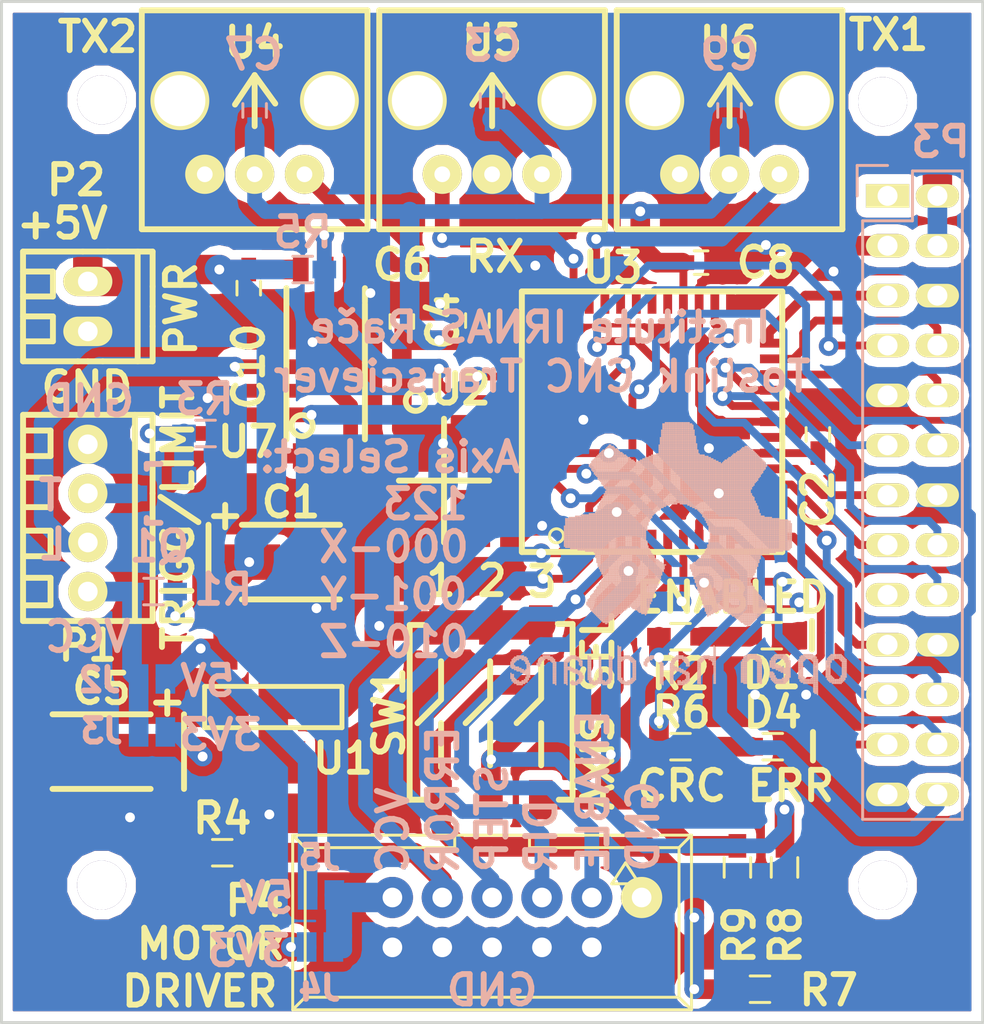
<source format=kicad_pcb>
(kicad_pcb (version 4) (host pcbnew 4.0.0-rc1-stable)
  (title_block (title "Toslink CNC Transciever") (date 2016-04-14) (rev 3.0) (company "Institute IRNAS Rače"))
  (layers (0 F.Cu signal) (31 B.Cu signal) (34 B.Paste user) (35 F.Paste user) (36 B.SilkS user) (37 F.SilkS user) (38 B.Mask user) (39 F.Mask user) (44 Edge.Cuts user))
  (net 0 "")
  (net 1 GND)
  (net 2 +5V)
  (net 3 +3V3)
  (net 4 ENABLE)
  (net 5 DIR)
  (net 6 STEP)
  (net 7 ERROR)
  (net 8 TMS)
  (net 9 TDI)
  (net 10 TDO)
  (net 11 TCK)
  (net 12 CLK)
  (net 13 TOLSINK_RX)
  (net 14 LIMIT)
  (net 15 TOSLINK_TX1)
  (net 16 TOSLINK_TX2)
  (net 17 "Net-(D1-Pad2)")
  (net 18 "Net-(D4-Pad2)")
  (net 19 CRC_ERROR)
  (net 20 "Net-(J2-Pad2)")
  (net 21 "Net-(P1-Pad3)")
  (net 22 "Net-(P1-Pad2)")
  (net 23 "Net-(J4-Pad2)")
  (net 24 TRIGGER)
  (net 25 "Net-(R1-Pad2)")
  (net 26 EN_LED)
  (net 27 AXIS_1)
  (net 28 AXIS_2)
  (net 29 AXIS_3)
  (net 30 I2C_SDA)
  (net 31 I2C_SCL)
  (net 32 UART_RX)
  (net 33 UART_TX)
  (net 34 GENERAL1)
  (net 35 GENERAL2)
  (net 36 GENERAL3)
  (net 37 GENERAL4)
  (net 38 GENERAL5)
  (net 39 GENERAL6)
  (module Pin_Headers:Pin_Header_Straight_2x13 (layer F.Cu) (at 87.626 82.8288)
    (fp_text reference P3 (at 2.7 -2.75) (layer B.SilkS) (effects (font (size 1.5 1.5) (thickness 0.3)) (justify mirror)))
    (fp_text value RPI_header hide)
    (pad 1 thru_hole rect (at 0 0) (size 2.2 1.2) (drill 1.016) (layers *.Cu *.Mask F.SilkS))
    (pad 2 thru_hole oval (at 2.54 0) (size 2.2 1.2) (drill 1.016) (layers *.Cu *.Mask F.SilkS) (net 2 +5V))
    (pad 3 thru_hole oval (at 0 2.54) (size 2.2 1.2) (drill 1.016) (layers *.Cu *.Mask F.SilkS) (net 30 I2C_SDA))
    (pad 4 thru_hole oval (at 2.54 2.54) (size 2.2 1.2) (drill 1.016) (layers *.Cu *.Mask F.SilkS) (net 2 +5V))
    (pad 5 thru_hole oval (at 0 5.08) (size 2.2 1.2) (drill 1.016) (layers *.Cu *.Mask F.SilkS) (net 31 I2C_SCL))
    (pad 6 thru_hole oval (at 2.54 5.08) (size 2.2 1.2) (drill 1.016) (layers *.Cu *.Mask F.SilkS) (net 1 GND))
    (pad 7 thru_hole oval (at 0 7.62) (size 2.2 1.2) (drill 1.016) (layers *.Cu *.Mask F.SilkS) (net 4 ENABLE))
    (pad 8 thru_hole oval (at 2.54 7.62) (size 2.2 1.2) (drill 1.016) (layers *.Cu *.Mask F.SilkS) (net 32 UART_RX))
    (pad 9 thru_hole oval (at 0 10.16) (size 2.2 1.2) (drill 1.016) (layers *.Cu *.Mask F.SilkS) (net 1 GND))
    (pad 10 thru_hole oval (at 2.54 10.16) (size 2.2 1.2) (drill 1.016) (layers *.Cu *.Mask F.SilkS) (net 33 UART_TX))
    (pad 11 thru_hole oval (at 0 12.7) (size 2.2 1.2) (drill 1.016) (layers *.Cu *.Mask F.SilkS) (net 6 STEP))
    (pad 12 thru_hole oval (at 2.54 12.7) (size 2.2 1.2) (drill 1.016) (layers *.Cu *.Mask F.SilkS) (net 24 TRIGGER))
    (pad 13 thru_hole oval (at 0 15.24) (size 2.2 1.2) (drill 1.016) (layers *.Cu *.Mask F.SilkS) (net 38 GENERAL5))
    (pad 14 thru_hole oval (at 2.54 15.24) (size 2.2 1.2) (drill 1.016) (layers *.Cu *.Mask F.SilkS) (net 1 GND))
    (pad 15 thru_hole oval (at 0 17.78) (size 2.2 1.2) (drill 1.016) (layers *.Cu *.Mask F.SilkS) (net 39 GENERAL6))
    (pad 16 thru_hole oval (at 2.54 17.78) (size 2.2 1.2) (drill 1.016) (layers *.Cu *.Mask F.SilkS) (net 34 GENERAL1))
    (pad 17 thru_hole oval (at 0 20.32) (size 2.2 1.2) (drill 1.016) (layers *.Cu *.Mask F.SilkS))
    (pad 18 thru_hole oval (at 2.54 20.32) (size 2.2 1.2) (drill 1.016) (layers *.Cu *.Mask F.SilkS) (net 35 GENERAL2))
    (pad 19 thru_hole oval (at 0 22.86) (size 2.2 1.2) (drill 1.016) (layers *.Cu *.Mask F.SilkS) (net 9 TDI))
    (pad 20 thru_hole oval (at 2.54 22.86) (size 2.2 1.2) (drill 1.016) (layers *.Cu *.Mask F.SilkS) (net 1 GND))
    (pad 21 thru_hole oval (at 0 25.4) (size 2.2 1.2) (drill 1.016) (layers *.Cu *.Mask F.SilkS) (net 10 TDO))
    (pad 22 thru_hole oval (at 2.54 25.4) (size 2.2 1.2) (drill 1.016) (layers *.Cu *.Mask F.SilkS) (net 36 GENERAL3))
    (pad 23 thru_hole oval (at 0 27.94) (size 2.2 1.2) (drill 1.016) (layers *.Cu *.Mask F.SilkS) (net 11 TCK))
    (pad 24 thru_hole oval (at 2.54 27.94) (size 2.2 1.2) (drill 1.016) (layers *.Cu *.Mask F.SilkS) (net 8 TMS))
    (pad 25 thru_hole oval (at 0 30.48) (size 2.2 1.2) (drill 1.016) (layers *.Cu *.Mask F.SilkS) (net 1 GND))
    (pad 26 thru_hole oval (at 2.54 30.48) (size 2.2 1.2) (drill 1.016) (layers *.Cu *.Mask F.SilkS) (net 37 GENERAL4))
  )
  (module VQFP44:VASCH5x2 (layer F.Cu) (at 67.476 119.8288 180)
    (fp_text reference P4 (at 12.1 1.1 180) (layer F.SilkS) (effects (font (size 1.5 1.5) (thickness 0.3))))
    (fp_text value "PoStep25-32 connector" hide)
    (pad 1 thru_hole circle (at -5.08 1.27 180) (size 2.1 2.1) (drill 1) (layers *.Cu *.Mask) (net 4 ENABLE))
    (pad 2 thru_hole circle (at -5.08 -1.27 180) (size 2.1 2.1) (drill 1) (layers *.Cu *.Mask) (net 1 GND))
    (pad 3 thru_hole circle (at -2.54 1.27 180) (size 2.1 2.1) (drill 1) (layers *.Cu *.Mask) (net 5 DIR))
    (pad 4 thru_hole circle (at -2.54 -1.27 180) (size 2.1 2.1) (drill 1) (layers *.Cu *.Mask) (net 1 GND))
    (pad 5 thru_hole circle (at 0 1.27 180) (size 2.1 2.1) (drill 1) (layers *.Cu *.Mask) (net 6 STEP))
    (pad 6 thru_hole circle (at 0 -1.27 180) (size 2.1 2.1) (drill 1) (layers *.Cu *.Mask) (net 1 GND))
    (pad 7 thru_hole circle (at 2.54 1.27 180) (size 2.1 2.1) (drill 1) (layers *.Cu *.Mask) (net 7 ERROR))
    (pad 8 thru_hole circle (at 2.54 -1.27 180) (size 2.1 2.1) (drill 1) (layers *.Cu *.Mask) (net 1 GND))
    (pad 9 thru_hole circle (at 5.08 1.27 180) (size 2.1 2.1) (drill 1) (layers *.Cu *.Mask) (net 23 "Net-(J4-Pad2)"))
    (pad 10 thru_hole circle (at 5.08 -1.27 180) (size 2.1 2.1) (drill 1) (layers *.Cu *.Mask) (net 1 GND))
    (pad 2 thru_hole circle (at -7.62 1.27 180) (size 2.1 2.1) (drill 1) (layers *.Cu *.Mask F.SilkS) (net 1 GND))
  )
  (module VQFP44:DLT1111 (layer F.Cu) (at 55.376 81.7288)
    (fp_text reference U4 (at 0 -6.7) (layer F.SilkS) (effects (font (size 1.5 1.5) (thickness 0.3))))
    (fp_text value DLT1111 hide)
    (pad 1 thru_hole circle (at 3.81 -3.75) (size 3 3) (drill 2.6) (layers *.Cu *.Mask F.SilkS) (net 1 GND))
    (pad 3 thru_hole circle (at 2.54 0) (size 2 2) (drill 0.8) (layers *.Cu *.Mask F.SilkS) (net 16 TOSLINK_TX2))
    (pad 2 thru_hole circle (at 0 0) (size 2 2) (drill 0.8) (layers *.Cu *.Mask F.SilkS) (net 3 +3V3))
    (pad 1 thru_hole circle (at -2.54 0) (size 2 2) (drill 0.8) (layers *.Cu *.Mask F.SilkS) (net 1 GND))
    (pad 1 thru_hole circle (at -3.81 -3.75) (size 3 3) (drill 2.6) (layers *.Cu *.Mask F.SilkS) (net 1 GND))
  )
  (module VQFP44:DLR1111 (layer F.Cu) (at 67.476 81.7288)
    (fp_text reference U5 (at 0 -6.8) (layer F.SilkS) (effects (font (size 1.5 1.5) (thickness 0.3))))
    (fp_text value DLR1111 hide)
    (pad 2 thru_hole circle (at 3.81 -3.75) (size 3 3) (drill 2.6) (layers *.Cu *.Mask F.SilkS) (net 1 GND))
    (pad 3 thru_hole circle (at 2.54 0) (size 2 2) (drill 0.8) (layers *.Cu *.Mask F.SilkS) (net 3 +3V3))
    (pad 2 thru_hole circle (at 0 0) (size 2 2) (drill 0.8) (layers *.Cu *.Mask F.SilkS) (net 1 GND))
    (pad 1 thru_hole circle (at -2.54 0) (size 2 2) (drill 0.8) (layers *.Cu *.Mask F.SilkS) (net 13 TOLSINK_RX))
    (pad 2 thru_hole circle (at -3.81 -3.75) (size 3 3) (drill 2.6) (layers *.Cu *.Mask F.SilkS) (net 1 GND))
  )
  (module VQFP44:DLT1111 (layer F.Cu) (at 79.576 81.7288)
    (fp_text reference U6 (at 0 -6.7) (layer F.SilkS) (effects (font (size 1.5 1.5) (thickness 0.3))))
    (fp_text value DLT1111 hide)
    (pad 1 thru_hole circle (at 3.81 -3.75) (size 3 3) (drill 2.6) (layers *.Cu *.Mask F.SilkS) (net 1 GND))
    (pad 3 thru_hole circle (at 2.54 0) (size 2 2) (drill 0.8) (layers *.Cu *.Mask F.SilkS) (net 15 TOSLINK_TX1))
    (pad 2 thru_hole circle (at 0 0) (size 2 2) (drill 0.8) (layers *.Cu *.Mask F.SilkS) (net 3 +3V3))
    (pad 1 thru_hole circle (at -2.54 0) (size 2 2) (drill 0.8) (layers *.Cu *.Mask F.SilkS) (net 1 GND))
    (pad 1 thru_hole circle (at -3.81 -3.75) (size 3 3) (drill 2.6) (layers *.Cu *.Mask F.SilkS) (net 1 GND))
  )
  (module VQFP44:MountingHole_1-5mm (layer F.Cu) (at 47.586 77.9388)
    (fp_text reference REF** hide)
    (fp_text value MountingHole_1-5mm hide)
    (pad 1 thru_hole circle (at 0 0) (size 2.5 2.5) (drill 2.5) (layers *.Cu))
  )
  (module VQFP44:MountingHole_1-5mm (layer F.Cu) (at 87.376 78.0288)
    (fp_text reference REF** hide)
    (fp_text value MountingHole_1-5mm hide)
    (pad 1 thru_hole circle (at 0 0) (size 2.5 2.5) (drill 2.5) (layers *.Cu))
  )
  (module VQFP44:MountingHole_1-5mm (layer F.Cu) (at 47.576 117.9288)
    (fp_text reference REF** hide)
    (fp_text value MountingHole_1-5mm hide)
    (pad 1 thru_hole circle (at 0 0) (size 2.5 2.5) (drill 2.5) (layers *.Cu))
  )
  (module VQFP44:VQFP44 (layer F.Cu) (at 71.626 100.3288)
    (fp_text reference U3 (at 2 -13.85 180) (layer F.SilkS) (effects (font (size 1.5 1.5) (thickness 0.3))))
    (fp_text value XC9572XL hide)
    (pad 1 smd rect (at 0 0) (size 0.44958 1) (layers F.Cu F.Paste F.Mask) (net 7 ERROR))
    (pad 2 smd rect (at 0.79756 0) (size 0.44958 1) (layers F.Cu F.Paste F.Mask) (net 6 STEP))
    (pad 3 smd rect (at 1.59766 0) (size 0.44958 1) (layers F.Cu F.Paste F.Mask) (net 5 DIR))
    (pad 4 smd rect (at 2.39776 0) (size 0.44958 1) (layers F.Cu F.Paste F.Mask) (net 1 GND))
    (pad 5 smd rect (at 3.19786 0) (size 0.44958 1) (layers F.Cu F.Paste F.Mask) (net 4 ENABLE))
    (pad 6 smd rect (at 3.99796 0) (size 0.44958 1) (layers F.Cu F.Paste F.Mask) (net 27 AXIS_1))
    (pad 7 smd rect (at 4.79806 0) (size 0.44958 1) (layers F.Cu F.Paste F.Mask) (net 28 AXIS_2))
    (pad 8 smd rect (at 5.59816 0) (size 0.44958 1) (layers F.Cu F.Paste F.Mask) (net 29 AXIS_3))
    (pad 9 smd rect (at 6.39826 0) (size 0.44958 1) (layers F.Cu F.Paste F.Mask) (net 9 TDI))
    (pad 10 smd rect (at 7.19836 0) (size 0.44958 1) (layers F.Cu F.Paste F.Mask) (net 8 TMS))
    (pad 11 smd rect (at 7.99846 0) (size 0.44958 1) (layers F.Cu F.Paste F.Mask) (net 11 TCK))
    (pad 12 smd rect (at 9.99998 -1.99898 270) (size 0.44958 1) (layers F.Cu F.Paste F.Mask) (net 36 GENERAL3))
    (pad 13 smd rect (at 9.99998 -2.79908 270) (size 0.44958 1) (layers F.Cu F.Paste F.Mask) (net 39 GENERAL6))
    (pad 14 smd rect (at 9.99998 -3.59918 270) (size 0.44958 1) (layers F.Cu F.Paste F.Mask) (net 38 GENERAL5))
    (pad 15 smd rect (at 9.99998 -4.39928 270) (size 0.44958 1) (layers F.Cu F.Paste F.Mask) (net 3 +3V3))
    (pad 16 smd rect (at 9.99998 -5.19938 270) (size 0.44958 1) (layers F.Cu F.Paste F.Mask))
    (pad 17 smd rect (at 9.99998 -5.99948 270) (size 0.44958 1) (layers F.Cu F.Paste F.Mask) (net 1 GND))
    (pad 18 smd rect (at 9.99998 -6.79958 270) (size 0.44958 1) (layers F.Cu F.Paste F.Mask) (net 35 GENERAL2))
    (pad 19 smd rect (at 9.99998 -7.59968 270) (size 0.44958 1) (layers F.Cu F.Paste F.Mask) (net 34 GENERAL1))
    (pad 20 smd rect (at 9.99998 -8.39978 270) (size 0.44958 1) (layers F.Cu F.Paste F.Mask) (net 33 UART_TX))
    (pad 21 smd rect (at 9.99998 -9.19988 270) (size 0.44958 1) (layers F.Cu F.Paste F.Mask) (net 32 UART_RX))
    (pad 22 smd rect (at 9.99998 -9.99998 270) (size 0.44958 1) (layers F.Cu F.Paste F.Mask) (net 31 I2C_SCL))
    (pad 23 smd rect (at 7.99846 -11.99896 180) (size 0.44958 1) (layers F.Cu F.Paste F.Mask) (net 30 I2C_SDA))
    (pad 24 smd rect (at 7.19836 -11.99896 180) (size 0.44958 1) (layers F.Cu F.Paste F.Mask) (net 10 TDO))
    (pad 25 smd rect (at 6.39826 -11.99896 180) (size 0.44958 1) (layers F.Cu F.Paste F.Mask) (net 1 GND))
    (pad 26 smd rect (at 5.59816 -11.99896 180) (size 0.44958 1) (layers F.Cu F.Paste F.Mask) (net 3 +3V3))
    (pad 27 smd rect (at 4.79806 -11.99896 180) (size 0.44958 1) (layers F.Cu F.Paste F.Mask))
    (pad 28 smd rect (at 3.99796 -11.99896 180) (size 0.44958 1) (layers F.Cu F.Paste F.Mask))
    (pad 29 smd rect (at 3.19786 -11.99896 180) (size 0.44958 1) (layers F.Cu F.Paste F.Mask))
    (pad 30 smd rect (at 2.39776 -11.99896 180) (size 0.44958 1) (layers F.Cu F.Paste F.Mask))
    (pad 31 smd rect (at 1.59766 -11.99896 180) (size 0.44958 1) (layers F.Cu F.Paste F.Mask))
    (pad 32 smd rect (at 0.79756 -11.99896 180) (size 0.44958 1) (layers F.Cu F.Paste F.Mask) (net 15 TOSLINK_TX1))
    (pad 33 smd rect (at 0 -11.99896 180) (size 0.44958 1) (layers F.Cu F.Paste F.Mask) (net 13 TOLSINK_RX))
    (pad 34 smd rect (at -1.99898 -9.99998 90) (size 0.44958 1) (layers F.Cu F.Paste F.Mask) (net 16 TOSLINK_TX2))
    (pad 35 smd rect (at -1.99898 -9.19988 90) (size 0.44958 1) (layers F.Cu F.Paste F.Mask) (net 3 +3V3))
    (pad 36 smd rect (at -1.99898 -8.39978 90) (size 0.44958 1) (layers F.Cu F.Paste F.Mask))
    (pad 37 smd rect (at -1.99898 -7.59968 90) (size 0.44958 1) (layers F.Cu F.Paste F.Mask) (net 24 TRIGGER))
    (pad 38 smd rect (at -1.99898 -6.79958 90) (size 0.44958 1) (layers F.Cu F.Paste F.Mask) (net 14 LIMIT))
    (pad 39 smd rect (at -1.99898 -5.99948 90) (size 0.44958 1) (layers F.Cu F.Paste F.Mask))
    (pad 40 smd rect (at -1.99898 -5.19938 90) (size 0.44958 1) (layers F.Cu F.Paste F.Mask))
    (pad 41 smd rect (at -1.99898 -4.39928 90) (size 0.44958 1) (layers F.Cu F.Paste F.Mask) (net 37 GENERAL4))
    (pad 42 smd rect (at -1.99898 -3.59918 90) (size 0.44958 1) (layers F.Cu F.Paste F.Mask) (net 19 CRC_ERROR))
    (pad 43 smd rect (at -1.99898 -2.79908 90) (size 0.44958 1) (layers F.Cu F.Paste F.Mask) (net 26 EN_LED))
    (pad 44 smd rect (at -1.99898 -1.99898 90) (size 0.44958 1) (layers F.Cu F.Paste F.Mask) (net 12 CLK))
  )
  (module VQFP44:SOT-223 (layer F.Cu) (at 56.326 105.8788 180)
    (fp_text reference U1 (at -3.55 -5.6 360) (layer F.SilkS) (effects (font (size 1.5 1.5) (thickness 0.3))))
    (fp_text value TLV1117 hide)
    (pad 3 smd rect (at 2.3 0 180) (size 0.95 2.15) (layers F.Cu F.Paste F.Mask) (net 2 +5V))
    (pad 1 smd rect (at -2.3 0 180) (size 0.95 2.15) (layers F.Cu F.Paste F.Mask) (net 1 GND))
    (pad 2 smd rect (at 0 0 180) (size 0.95 2.15) (layers F.Cu F.Paste F.Mask) (net 3 +3V3))
    (pad 2 smd rect (at 0 -5.8 180) (size 3.25 2.15) (layers F.Cu F.Paste F.Mask) (net 3 +3V3))
  )
  (module Capacitors_SMD:C_0603_HandSoldering (layer B.Cu) (at 79.576 78.4788 90)
    (fp_text reference C9 (at 2.85 0 180) (layer B.SilkS) (effects (font (size 1.5 1.5) (thickness 0.3)) (justify mirror)))
    (fp_text value 100nF,25V hide)
    (pad 1 smd rect (at -0.95 0 90) (size 1.2 0.75) (layers B.Cu B.Paste B.Mask) (net 3 +3V3))
    (pad 2 smd rect (at 0.95 0 90) (size 1.2 0.75) (layers B.Cu B.Paste B.Mask) (net 1 GND))
  )
  (module Capacitors_SMD:C_0603_HandSoldering (layer F.Cu) (at 78.126 86.2288)
    (fp_text reference C8 (at 3.3 0) (layer F.SilkS) (effects (font (size 1.5 1.5) (thickness 0.3))))
    (fp_text value 100nF,25V hide)
    (pad 1 smd rect (at -0.95 0) (size 1.2 0.75) (layers F.Cu F.Paste F.Mask) (net 3 +3V3))
    (pad 2 smd rect (at 0.95 0) (size 1.2 0.75) (layers F.Cu F.Paste F.Mask) (net 1 GND))
  )
  (module Capacitors_SMD:C_0603_HandSoldering (layer B.Cu) (at 55.376 78.4788 90)
    (fp_text reference C7 (at 2.85 -0.05 180) (layer B.SilkS) (effects (font (size 1.5 1.5) (thickness 0.3)) (justify mirror)))
    (fp_text value 100nF,25V hide)
    (pad 1 smd rect (at -0.95 0 90) (size 1.2 0.75) (layers B.Cu B.Paste B.Mask) (net 3 +3V3))
    (pad 2 smd rect (at 0.95 0 90) (size 1.2 0.75) (layers B.Cu B.Paste B.Mask) (net 1 GND))
  )
  (module Capacitors_SMD:C_0603_HandSoldering (layer F.Cu) (at 62.876 89.2288 270)
    (fp_text reference C6 (at -2.9 0 360) (layer F.SilkS) (effects (font (size 1.5 1.5) (thickness 0.3))))
    (fp_text value 100nF,25V hide)
    (pad 1 smd rect (at -0.95 0 270) (size 1.2 0.75) (layers F.Cu F.Paste F.Mask) (net 1 GND))
    (pad 2 smd rect (at 0.95 0 270) (size 1.2 0.75) (layers F.Cu F.Paste F.Mask) (net 3 +3V3))
  )
  (module VQFP44:TantalC_SizeB_EIA-3528_HandSoldering (layer F.Cu) (at 47.576 111.1288 180)
    (fp_text reference C5 (at 0 3.2 180) (layer F.SilkS) (effects (font (size 1.5 1.5) (thickness 0.3))))
    (fp_text value 10uF,25V hide)
    (fp_text user + (at -3.35 2.6 180) (layer F.SilkS) (effects (font (size 1.5 1.5) (thickness 0.3))))
    (pad 2 smd rect (at 2.12598 0 180) (size 3.1496 1.80086) (layers F.Cu F.Paste F.Mask) (net 1 GND))
    (pad 1 smd rect (at -2.12598 0 180) (size 3.1496 1.80086) (layers F.Cu F.Paste F.Mask) (net 3 +3V3))
  )
  (module Capacitors_SMD:C_0603_HandSoldering (layer F.Cu) (at 66.726 89.1788 270)
    (fp_text reference C4 (at 0 1.75 270) (layer F.SilkS) (effects (font (size 1.5 1.5) (thickness 0.3))))
    (fp_text value 100nF,25V hide)
    (pad 1 smd rect (at -0.95 0 270) (size 1.2 0.75) (layers F.Cu F.Paste F.Mask) (net 1 GND))
    (pad 2 smd rect (at 0.95 0 270) (size 1.2 0.75) (layers F.Cu F.Paste F.Mask) (net 3 +3V3))
  )
  (module Capacitors_SMD:C_0603_HandSoldering (layer B.Cu) (at 67.476 77.9788 270)
    (fp_text reference C3 (at -2.8 0 360) (layer B.SilkS) (effects (font (size 1.5 1.5) (thickness 0.3)) (justify mirror)))
    (fp_text value 100nF,25V hide)
    (pad 1 smd rect (at -0.95 0 270) (size 1.2 0.75) (layers B.Cu B.Paste B.Mask) (net 1 GND))
    (pad 2 smd rect (at 0.95 0 270) (size 1.2 0.75) (layers B.Cu B.Paste B.Mask) (net 3 +3V3))
  )
  (module Capacitors_SMD:C_0603_HandSoldering (layer F.Cu) (at 84.076 94.9788 270)
    (fp_text reference C2 (at 3.3 0 270) (layer F.SilkS) (effects (font (size 1.5 1.5) (thickness 0.3))))
    (fp_text value 100nF,25V hide)
    (pad 1 smd rect (at -0.95 0 270) (size 1.2 0.75) (layers F.Cu F.Paste F.Mask) (net 1 GND))
    (pad 2 smd rect (at 0.95 0 270) (size 1.2 0.75) (layers F.Cu F.Paste F.Mask) (net 3 +3V3))
  )
  (module VQFP44:TantalC_SizeB_EIA-3528_HandSoldering (layer F.Cu) (at 57.226 101.4788)
    (fp_text reference C1 (at 0 -3.05 180) (layer F.SilkS) (effects (font (size 1.5 1.5) (thickness 0.3))))
    (fp_text value 10uF,25V hide)
    (fp_text user + (at -3.35 -2.45) (layer F.SilkS) (effects (font (size 1.5 1.5) (thickness 0.3))))
    (pad 2 smd rect (at 2.12598 0) (size 3.1496 1.80086) (layers F.Cu F.Paste F.Mask) (net 1 GND))
    (pad 1 smd rect (at -2.12598 0) (size 3.1496 1.80086) (layers F.Cu F.Paste F.Mask) (net 2 +5V))
  )
  (module CFPS-9-50M:CFPS-9-50M (layer F.Cu) (at 63.876 96.0788 270)
    (fp_text reference U2 (at -3.4 -2 360) (layer F.SilkS) (effects (font (size 1.5 1.5) (thickness 0.3))))
    (fp_text value CFPS-9-50M hide)
    (pad 4 smd rect (at -0.64 -2.49 270) (size 2.9 2) (layers F.Cu F.Paste F.Mask) (net 3 +3V3))
    (pad 3 smd rect (at 3.18 -2.5 270) (size 2.9 2) (layers F.Cu F.Paste F.Mask) (net 12 CLK))
    (pad 2 smd rect (at 3.18 0.28 270) (size 2.9 2) (layers F.Cu F.Paste F.Mask) (net 1 GND))
    (pad 1 smd rect (at -0.65 0.27 270) (size 2.9 2) (layers F.Cu F.Paste F.Mask) (net 3 +3V3))
  )
  (module VQFP44:MountingHole_1-5mm (layer F.Cu) (at 87.376 117.9288)
    (fp_text reference REF** hide)
    (fp_text value MountingHole_1-5mm hide)
    (pad 1 thru_hole circle (at 0 0) (size 2.5 2.5) (drill 2.5) (layers *.Cu))
  )
  (module VQFP44:LED_0603_HandSoldering (layer F.Cu) (at 81.726 105.2288)
    (fp_text reference D1 (at 0 1.9) (layer F.SilkS) (effects (font (size 1.5 1.5) (thickness 0.3))))
    (fp_text value "LED Green" hide)
    (pad 2 smd rect (at -1.1 0) (size 1.2 0.9) (layers F.Cu F.Paste F.Mask) (net 17 "Net-(D1-Pad2)"))
    (pad 1 smd rect (at 1.1 0) (size 1.2 0.9) (layers F.Cu F.Paste F.Mask) (net 1 GND))
  )
  (module Resistors_SMD:R_0603_HandSoldering (layer F.Cu) (at 77.076 105.2788 180)
    (fp_text reference R2 (at 0 -1.9 180) (layer F.SilkS) (effects (font (size 1.5 1.5) (thickness 0.3))))
    (fp_text value 1K hide)
    (pad 1 smd rect (at -1.1 0 180) (size 1.2 0.9) (layers F.Cu F.Paste F.Mask) (net 17 "Net-(D1-Pad2)"))
    (pad 2 smd rect (at 1.1 0 180) (size 1.2 0.9) (layers F.Cu F.Paste F.Mask) (net 26 EN_LED))
  )
  (module VQFP44:LED_0603_HandSoldering (layer F.Cu) (at 81.776 110.8788)
    (fp_text reference D4 (at 0 -1.75 180) (layer F.SilkS) (effects (font (size 1.5 1.5) (thickness 0.3))))
    (fp_text value "LED Red" hide)
    (pad 2 smd rect (at -1.1 0) (size 1.2 0.9) (layers F.Cu F.Paste F.Mask) (net 18 "Net-(D4-Pad2)"))
    (pad 1 smd rect (at 1.1 0) (size 1.2 0.9) (layers F.Cu F.Paste F.Mask) (net 1 GND))
  )
  (module Resistors_SMD:R_0603_HandSoldering (layer F.Cu) (at 77.076 110.8788 180)
    (fp_text reference R6 (at -0.05 1.75 360) (layer F.SilkS) (effects (font (size 1.5 1.5) (thickness 0.3))))
    (fp_text value 1K hide)
    (pad 1 smd rect (at -1.1 0 180) (size 1.2 0.9) (layers F.Cu F.Paste F.Mask) (net 18 "Net-(D4-Pad2)"))
    (pad 2 smd rect (at 1.1 0 180) (size 1.2 0.9) (layers F.Cu F.Paste F.Mask) (net 19 CRC_ERROR))
  )
  (module Resistors_SMD:R_0603_HandSoldering (layer F.Cu) (at 81.126 123.2288 180)
    (fp_text reference R7 (at -3.5 -0.05 180) (layer F.SilkS) (effects (font (size 1.5 1.5) (thickness 0.3))))
    (fp_text value 10K hide)
    (pad 1 smd rect (at -1.1 0 180) (size 1.2 0.9) (layers F.Cu F.Paste F.Mask) (net 1 GND))
    (pad 2 smd rect (at 1.1 0 180) (size 1.2 0.9) (layers F.Cu F.Paste F.Mask) (net 27 AXIS_1))
  )
  (module Resistors_SMD:R_0603_HandSoldering (layer F.Cu) (at 82.376 117.0288 90)
    (fp_text reference R8 (at -3.45 0.05 270) (layer F.SilkS) (effects (font (size 1.5 1.5) (thickness 0.3))))
    (fp_text value 10K hide)
    (pad 1 smd rect (at -1.1 0 90) (size 1.2 0.9) (layers F.Cu F.Paste F.Mask) (net 1 GND))
    (pad 2 smd rect (at 1.1 0 90) (size 1.2 0.9) (layers F.Cu F.Paste F.Mask) (net 28 AXIS_2))
  )
  (module Resistors_SMD:R_0603_HandSoldering (layer F.Cu) (at 79.976 117.0288 90)
    (fp_text reference R9 (at -3.45 0.1 90) (layer F.SilkS) (effects (font (size 1.5 1.5) (thickness 0.3))))
    (fp_text value 10K hide)
    (pad 1 smd rect (at -1.1 0 90) (size 1.2 0.9) (layers F.Cu F.Paste F.Mask) (net 1 GND))
    (pad 2 smd rect (at 1.1 0 90) (size 1.2 0.9) (layers F.Cu F.Paste F.Mask) (net 29 AXIS_3))
  )
  (module OPEN_HW:OSHWLOGO0.75IN (layer B.Cu) (at 86.5 92 180)
    (fp_text reference G*** hide)
    (fp_text value LOGO hide)
  )
  (module Capacitors_SMD:C_0603_HandSoldering (layer F.Cu) (at 55.076 87.5288 270)
    (fp_text reference C10 (at 4 0 270) (layer F.SilkS) (effects (font (size 1.5 1.5) (thickness 0.3))))
    (fp_text value 100nF,25V hide)
    (pad 1 smd rect (at -0.95 0 270) (size 1.2 0.75) (layers F.Cu F.Paste F.Mask) (net 2 +5V))
    (pad 2 smd rect (at 0.95 0 270) (size 1.2 0.75) (layers F.Cu F.Paste F.Mask) (net 1 GND))
  )
  (module terminal_block_2_5mm_4pole:terminal_block_2_5mm_4pole (layer F.Cu) (at 46.876 97.9788 270)
    (fp_text reference P1 (at 7.75 0 360) (layer F.SilkS) (effects (font (size 1.5 1.5) (thickness 0.3))))
    (fp_text value CONN_01X04 hide)
    (pad 4 thru_hole circle (at 5 0 270) (size 2 2) (drill 1) (layers *.Cu *.Mask F.SilkS) (net 20 "Net-(J2-Pad2)"))
    (pad 3 thru_hole circle (at 2.5 0 270) (size 2 2) (drill 1) (layers *.Cu *.Mask F.SilkS) (net 21 "Net-(P1-Pad3)"))
    (pad 1 thru_hole circle (at -2.5 0 270) (size 2 2) (drill 1) (layers *.Cu *.Mask F.SilkS) (net 1 GND))
    (pad 2 thru_hole circle (at 0 0 270) (size 2 2) (drill 1) (layers *.Cu *.Mask F.SilkS) (net 22 "Net-(P1-Pad2)"))
  )
  (module sot_32_standard:SOT-23 (layer B.Cu) (at 50.526 97.9788 270)
    (fp_text reference Q1 (at 2.7 0 360) (layer B.SilkS) (effects (font (size 1.5 1.5) (thickness 0.3)) (justify mirror)))
    (fp_text value RSR010N10FHATL hide)
    (pad 1 smd rect (at -0.95 -1.25 270) (size 0.8001 1.25) (layers B.Cu B.Paste B.Mask) (net 24 TRIGGER))
    (pad 2 smd rect (at 0.95 -1.25 270) (size 0.8001 1.25) (layers B.Cu B.Paste B.Mask) (net 1 GND))
    (pad 3 smd rect (at 0 1.25 270) (size 0.8001 1.25) (layers B.Cu B.Paste B.Mask) (net 22 "Net-(P1-Pad2)"))
  )
  (module Resistors_SMD:R_0603_HandSoldering (layer B.Cu) (at 50.226 102.9788)
    (fp_text reference R1 (at 3.55 -0.1) (layer B.SilkS) (effects (font (size 1.5 1.5) (thickness 0.3)) (justify mirror)))
    (fp_text value 1K hide)
    (pad 1 smd rect (at -1.1 0) (size 1.2 0.9) (layers B.Cu B.Paste B.Mask) (net 20 "Net-(J2-Pad2)"))
    (pad 2 smd rect (at 1.1 0) (size 1.2 0.9) (layers B.Cu B.Paste B.Mask) (net 25 "Net-(R1-Pad2)"))
  )
  (module Resistors_SMD:R_0603_HandSoldering (layer B.Cu) (at 52.876 94.9288 180)
    (fp_text reference R3 (at 0.05 1.75 180) (layer B.SilkS) (effects (font (size 1.5 1.5) (thickness 0.3)) (justify mirror)))
    (fp_text value 10K hide)
    (pad 1 smd rect (at -1.1 0 180) (size 1.2 0.9) (layers B.Cu B.Paste B.Mask) (net 1 GND))
    (pad 2 smd rect (at 1.1 0 180) (size 1.2 0.9) (layers B.Cu B.Paste B.Mask) (net 24 TRIGGER))
  )
  (module Resistors_SMD:R_0603_HandSoldering (layer F.Cu) (at 53.726 116.2788)
    (fp_text reference R4 (at 0 -1.75) (layer F.SilkS) (effects (font (size 1.5 1.5) (thickness 0.3))))
    (fp_text value 10K hide)
    (pad 1 smd rect (at -1.1 0) (size 1.2 0.9) (layers F.Cu F.Paste F.Mask) (net 3 +3V3))
    (pad 2 smd rect (at 1.1 0) (size 1.2 0.9) (layers F.Cu F.Paste F.Mask) (net 7 ERROR))
  )
  (module Resistors_SMD:R_0603_HandSoldering (layer B.Cu) (at 57.826 86.5788 180)
    (fp_text reference R5 (at 0 1.9 180) (layer B.SilkS) (effects (font (size 1.5 1.5) (thickness 0.3)) (justify mirror)))
    (fp_text value 10K hide)
    (pad 1 smd rect (at -1.1 0 180) (size 1.2 0.9) (layers B.Cu B.Paste B.Mask) (net 14 LIMIT))
    (pad 2 smd rect (at 1.1 0 180) (size 1.2 0.9) (layers B.Cu B.Paste B.Mask) (net 2 +5V))
  )
  (module TLP2704:TLP2704 (layer F.Cu) (at 57.726 86.5788)
    (fp_text reference U7 (at -2.7 8.775) (layer F.SilkS) (effects (font (size 1.5 1.5) (thickness 0.3))))
    (fp_text value TLP2704 hide)
    (pad 3 smd rect (at 2.54 9.5) (size 0.8 1.3) (layers F.Cu F.Paste F.Mask) (net 21 "Net-(P1-Pad3)"))
    (pad 2 smd rect (at 1.27 9.5) (size 0.8 1.3) (layers F.Cu F.Paste F.Mask))
    (pad 1 smd rect (at 0 9.5) (size 0.8 1.3) (layers F.Cu F.Paste F.Mask) (net 25 "Net-(R1-Pad2)"))
    (pad 4 smd rect (at 2.54 0) (size 0.8 1.3) (layers F.Cu F.Paste F.Mask) (net 1 GND))
    (pad 5 smd rect (at 1.27 0) (size 0.8 1.3) (layers F.Cu F.Paste F.Mask) (net 14 LIMIT))
    (pad 6 smd rect (at 0 0) (size 0.8 1.3) (layers F.Cu F.Paste F.Mask) (net 2 +5V))
  )
  (module terminal_block_2_5mm:terminal_block_2_5mm (layer F.Cu) (at 46.876 89.7288 270)
    (fp_text reference P2 (at -7.7 0.6 360) (layer F.SilkS) (effects (font (size 1.5 1.5) (thickness 0.3))))
    (fp_text value term_block hide)
    (pad 1 thru_hole oval (at -2.54 0 270) (size 1.5 2.5) (drill 1) (layers *.Cu *.Mask F.SilkS) (net 2 +5V))
    (pad 2 thru_hole oval (at 0 0 270) (size 1.5 2.5) (drill 1) (layers *.Cu *.Mask F.SilkS) (net 1 GND))
  )
  (module OMRON_ELECTRONIC_COMPONENTS_A6S-3102-H_DIP_Switch:OMRON_ELECTRONIC_COMPONENTS_A6S-3102-H_DIP_Switch (layer F.Cu) (at 64.876 113.5788)
    (fp_text reference SW1 (at -2.65 -4.45 90) (layer F.SilkS) (effects (font (size 1.5 1.5) (thickness 0.3))))
    (fp_text value DIP3 hide)
    (pad 3 smd rect (at 5.08 0) (size 1.2 2) (layers F.Cu F.Paste F.Mask) (net 29 AXIS_3))
    (pad 4 smd rect (at 5.08 -8.9) (size 1.2 2) (layers F.Cu F.Paste F.Mask) (net 3 +3V3))
    (pad 5 smd rect (at 2.54 -8.9) (size 1.2 2) (layers F.Cu F.Paste F.Mask) (net 3 +3V3))
    (pad 6 smd rect (at 0 -8.9) (size 1.2 2) (layers F.Cu F.Paste F.Mask) (net 3 +3V3))
    (pad 2 smd rect (at 2.54 0) (size 1.2 2) (layers F.Cu F.Paste F.Mask) (net 28 AXIS_2))
    (pad 1 smd rect (at 0 0) (size 1.1 2) (layers F.Cu F.Paste F.Mask) (net 27 AXIS_1))
  )
  (module solder_bridge:solder_bridge (layer B.Cu) (at 58.676 118.4288)
    (fp_text reference J5 (at 0 -1.9) (layer B.SilkS) (effects (font (size 1.2 1.2) (thickness 0.3)) (justify mirror)))
    (fp_text value solder_bridge hide)
    (pad 2 smd rect (at 0.762 0) (size 1 1.5) (layers B.Cu B.Paste B.Mask) (net 23 "Net-(J4-Pad2)"))
    (pad 1 smd rect (at -0.6 0) (size 1 1.5) (layers B.Cu B.Paste B.Mask) (net 2 +5V))
  )
  (module solder_bridge:solder_bridge (layer B.Cu) (at 58.626 121.0788)
    (fp_text reference J4 (at 0.05 2.1) (layer B.SilkS) (effects (font (size 1.2 1.2) (thickness 0.3)) (justify mirror)))
    (fp_text value solder_bridge hide)
    (pad 2 smd rect (at 0.762 0) (size 1 1.5) (layers B.Cu B.Paste B.Mask) (net 23 "Net-(J4-Pad2)"))
    (pad 1 smd rect (at -0.6 0) (size 1 1.5) (layers B.Cu B.Paste B.Mask) (net 3 +3V3))
  )
  (module solder_bridge:solder_bridge (layer B.Cu) (at 50.226 110.1288 180)
    (fp_text reference J3 (at 2.65 0.05 180) (layer B.SilkS) (effects (font (size 1.2 1.2) (thickness 0.3)) (justify mirror)))
    (fp_text value solder_bridge hide)
    (pad 2 smd rect (at 0.762 0 180) (size 1 1.5) (layers B.Cu B.Paste B.Mask) (net 20 "Net-(J2-Pad2)"))
    (pad 1 smd rect (at -0.6 0 180) (size 1 1.5) (layers B.Cu B.Paste B.Mask) (net 3 +3V3))
  )
  (module solder_bridge:solder_bridge (layer B.Cu) (at 50.226 107.4288 180)
    (fp_text reference J2 (at 2.75 -0.05 180) (layer B.SilkS) (effects (font (size 1.2 1.2) (thickness 0.3)) (justify mirror)))
    (fp_text value solder_bridge hide)
    (pad 2 smd rect (at 0.762 0 180) (size 1 1.5) (layers B.Cu B.Paste B.Mask) (net 20 "Net-(J2-Pad2)"))
    (pad 1 smd rect (at -0.6 0 180) (size 1 1.5) (layers B.Cu B.Paste B.Mask) (net 2 +5V))
  )
  (gr_text PWR (at 51.626 88.5788 90) (layer F.SilkS) (effects (font (size 1.5 1.5) (thickness 0.3))))
  (gr_text 3V3 (at 55.076 121.2788) (layer B.SilkS) (effects (font (size 1.5 1.5) (thickness 0.3)) (justify mirror)))
  (gr_text 5V (at 55.976 118.5788) (layer B.SilkS) (effects (font (size 1.5 1.5) (thickness 0.3)) (justify mirror)))
  (gr_text 3V3 (at 53.626 110.2788) (layer B.SilkS) (effects (font (size 1.5 1.5) (thickness 0.3)) (justify mirror)))
  (gr_text 5V (at 52.976 107.5288) (layer B.SilkS) (effects (font (size 1.5 1.5) (thickness 0.3)) (justify mirror)))
  (gr_text VCC (at 46.876 105.2788) (layer B.SilkS) (effects (font (size 1.5 1.5) (thickness 0.3)) (justify mirror)))
  (gr_text L (at 45.126 100.5788) (layer B.SilkS) (effects (font (size 1.5 1.5) (thickness 0.3)) (justify mirror)))
  (gr_text T (at 44.976 98.0788) (layer B.SilkS) (effects (font (size 1.5 1.5) (thickness 0.3)) (justify mirror)))
  (gr_text GND (at 46.926 93.2788) (layer B.SilkS) (effects (font (size 1.5 1.5) (thickness 0.3)) (justify mirror)))
  (gr_text GND (at 75.176 114.9288 90) (layer B.SilkS) (effects (font (size 1.5 1.5) (thickness 0.3)) (justify mirror)))
  (gr_text 3 (at 70.026 102.4788) (layer F.SilkS) (effects (font (size 1.5 1.5) (thickness 0.3))))
  (gr_text 2 (at 67.476 102.4288) (layer F.SilkS) (effects (font (size 1.5 1.5) (thickness 0.3))))
  (gr_text "AXIS SEL" (at 72.876 109.0788 90) (layer F.SilkS) (effects (font (size 1.5 1.5) (thickness 0.3))))
  (gr_text TRIGG/LIMIT (at 51.476 99.2288 90) (layer F.SilkS) (effects (font (size 1.5 1.5) (thickness 0.3))))
  (gr_text GND (at 46.826 92.5788) (layer F.SilkS) (effects (font (size 1.5 1.5) (thickness 0.3))))
  (gr_text +5V (at 45.576 84.2288) (layer F.SilkS) (effects (font (size 1.5 1.5) (thickness 0.3))))
  (gr_text 123 (at 64.076 98.5288) (layer B.SilkS) (effects (font (size 1.5 1.5) (thickness 0.3)) (justify mirror)))
  (gr_text "000-X\n001-Y\n010-Z" (at 62.476 103.1288) (layer B.SilkS) (effects (font (size 1.5 1.5) (thickness 0.3)) (justify mirror)))
  (gr_text "Axis Select:" (at 62.276 96.1288) (layer B.SilkS) (effects (font (size 1.5 1.5) (thickness 0.3)) (justify mirror)))
  (gr_text "Toslink CNC Transciever" (at 70.026 92.0288) (layer B.SilkS) (effects (font (size 1.5 1.5) (thickness 0.3)) (justify mirror)))
  (gr_text "Institute IRNAS Rače" (at 69.926 89.5288) (layer B.SilkS) (effects (font (size 1.5 1.5) (thickness 0.3)) (justify mirror)))
  (gr_text GND (at 67.476 123.2788) (layer B.SilkS) (effects (font (size 1.5 1.5) (thickness 0.3)) (justify mirror)))
  (gr_text VCC (at 62.426 115.1288 90) (layer B.SilkS) (effects (font (size 1.5 1.5) (thickness 0.3)) (justify mirror)))
  (gr_text ERROR (at 64.976 113.5788 90) (layer B.SilkS) (effects (font (size 1.5 1.5) (thickness 0.3)) (justify mirror)))
  (gr_text STEP (at 67.476 114.5288 90) (layer B.SilkS) (effects (font (size 1.5 1.5) (thickness 0.3)) (justify mirror)))
  (gr_text DIR (at 69.976 115.4288 90) (layer B.SilkS) (effects (font (size 1.5 1.5) (thickness 0.3)) (justify mirror)))
  (gr_text ENABLE (at 72.626 113.1788 90) (layer B.SilkS) (effects (font (size 1.5 1.5) (thickness 0.3)) (justify mirror)))
  (gr_text ENABLED (at 79.726 103.2788) (layer F.SilkS) (effects (font (size 1.5 1.5) (thickness 0.3))))
  (gr_text 1 (at 64.876 102.4288) (layer F.SilkS) (effects (font (size 1.5 1.5) (thickness 0.3))))
  (gr_text " MOTOR\nDRIVER" (at 52.576 122.1288) (layer F.SilkS) (effects (font (size 1.5 1.5) (thickness 0.3))))
  (gr_text "CRC ERR" (at 79.876 112.8788) (layer F.SilkS) (effects (font (size 1.5 1.5) (thickness 0.3))))
  (gr_text TX1 (at 87.676 74.6288) (layer F.SilkS) (effects (font (size 1.5 1.5) (thickness 0.3))))
  (gr_text TX2 (at 47.376 74.7288) (layer F.SilkS) (effects (font (size 1.5 1.5) (thickness 0.3))))
  (gr_text RX (at 67.626 85.9288) (layer F.SilkS) (effects (font (size 1.5 1.5) (thickness 0.3))))
  (gr_line (start 92.476 72.9288) (end 42.476 72.9288) (angle 90) (layer Edge.Cuts) (width 0.15))
  (gr_line (start 92.476 124.9288) (end 92.476 72.9288) (angle 90) (layer Edge.Cuts) (width 0.15))
  (gr_line (start 42.476 124.9288) (end 92.476 124.9288) (angle 90) (layer Edge.Cuts) (width 0.15))
  (gr_line (start 42.476 72.9288) (end 42.476 124.9288) (angle 90) (layer Edge.Cuts) (width 0.15))
  (segment (start 78.526 95.6788) (end 78.526 97.4788) (width 0.4) (layer B.Cu) (net 1))
  (via (at 79.026 97.9788) (size 1) (drill 0.5) (layers F.Cu B.Cu) (net 1))
  (segment (start 78.526 97.4788) (end 79.026 97.9788) (width 0.4) (layer B.Cu) (net 1))
  (segment (start 78.526 95.6788) (end 78.526 95.3288) (width 0.4) (layer F.Cu) (net 1))
  (segment (start 77.076 94.2288) (end 78.526 95.6788) (width 0.4) (layer B.Cu) (net 1))
  (via (at 78.526 95.6788) (size 1) (drill 0.5) (layers F.Cu B.Cu) (net 1))
  (segment (start 69.676 86.3788) (end 70.576 87.2788) (width 1) (layer B.Cu) (net 1))
  (via (at 72.126 94.2288) (size 1) (drill 0.5) (layers F.Cu B.Cu) (net 1))
  (segment (start 70.576 92.6788) (end 72.126 94.2288) (width 1) (layer B.Cu) (net 1))
  (segment (start 70.576 87.2788) (end 70.576 92.6788) (width 1) (layer B.Cu) (net 1))
  (segment (start 72.126 94.2288) (end 77.076 94.2288) (width 0.4) (layer B.Cu) (net 1))
  (segment (start 78.526 95.3288) (end 79.52548 94.32932) (width 0.4) (layer F.Cu) (net 1))
  (segment (start 49.026 114.4788) (end 49.176 114.3288) (width 1) (layer B.Cu) (net 1))
  (via (at 49.026 114.4788) (size 1) (drill 0.5) (layers F.Cu B.Cu) (net 1))
  (via (at 56.126 114.3288) (size 1) (drill 0.5) (layers F.Cu B.Cu) (net 1))
  (segment (start 49.176 114.3288) (end 56.126 114.3288) (width 1) (layer B.Cu) (net 1))
  (segment (start 57.876 88.4788) (end 58.326 88.9288) (width 1) (layer F.Cu) (net 1))
  (via (at 58.326 90.2788) (size 1) (drill 0.5) (layers F.Cu B.Cu) (net 1))
  (segment (start 58.326 88.9288) (end 58.326 90.2788) (width 1) (layer F.Cu) (net 1))
  (segment (start 61.176 88.4788) (end 61.276 88.3788) (width 1) (layer F.Cu) (net 1))
  (via (at 61.276 87.7788) (size 1) (drill 0.5) (layers F.Cu B.Cu) (net 1))
  (segment (start 61.276 88.3788) (end 61.276 87.7788) (width 1) (layer F.Cu) (net 1))
  (segment (start 90.166 98.0688) (end 90.916 98.0688) (width 0.4) (layer B.Cu) (net 1))
  (segment (start 90.916 98.0688) (end 91.926 99.0788) (width 0.4) (layer B.Cu) (net 1))
  (segment (start 91.926 99.0788) (end 91.926 103.9288) (width 0.4) (layer B.Cu) (net 1))
  (segment (start 91.926 103.9288) (end 90.166 105.6888) (width 0.4) (layer B.Cu) (net 1))
  (segment (start 78.02426 88.32984) (end 78.02426 93.42706) (width 0.4) (layer F.Cu) (net 1))
  (segment (start 78.02426 93.42706) (end 78.92652 94.32932) (width 0.4) (layer F.Cu) (net 1))
  (segment (start 78.92652 94.32932) (end 79.52548 94.32932) (width 0.4) (layer F.Cu) (net 1))
  (segment (start 79.52548 94.32932) (end 81.62598 94.32932) (width 0.4) (layer F.Cu) (net 1))
  (segment (start 87.626 92.9888) (end 86.386 92.9888) (width 0.4) (layer B.Cu) (net 1))
  (segment (start 85.676 87.4788) (end 84.876 86.6788) (width 0.4) (layer B.Cu) (net 1))
  (segment (start 85.676 92.2788) (end 85.676 87.4788) (width 0.4) (layer B.Cu) (net 1))
  (segment (start 86.386 92.9888) (end 85.676 92.2788) (width 0.4) (layer B.Cu) (net 1))
  (segment (start 81.426 85.3288) (end 83.526 85.3288) (width 0.4) (layer B.Cu) (net 1))
  (segment (start 83.526 85.3288) (end 84.876 86.6788) (width 0.4) (layer B.Cu) (net 1))
  (segment (start 90.166 86.8688) (end 89.976 86.6788) (width 0.4) (layer F.Cu) (net 1))
  (segment (start 90.166 86.8688) (end 90.166 87.9088) (width 0.4) (layer F.Cu) (net 1))
  (via (at 84.876 86.6788) (size 1) (drill 0.5) (layers F.Cu B.Cu) (net 1))
  (segment (start 89.976 86.6788) (end 84.876 86.6788) (width 0.4) (layer F.Cu) (net 1))
  (segment (start 79.076 86.2288) (end 80.526 86.2288) (width 0.4) (layer F.Cu) (net 1))
  (segment (start 81.426 85.3288) (end 81.426 85.3788) (width 0.4) (layer B.Cu) (net 1))
  (via (at 81.426 85.3288) (size 1) (drill 0.5) (layers F.Cu B.Cu) (net 1))
  (segment (start 80.526 86.2288) (end 81.426 85.3288) (width 0.4) (layer F.Cu) (net 1))
  (segment (start 84.076 94.0288) (end 84.076 93.3288) (width 0.4) (layer F.Cu) (net 1))
  (segment (start 84.416 92.9888) (end 87.626 92.9888) (width 0.4) (layer F.Cu) (net 1))
  (segment (start 84.076 93.3288) (end 84.416 92.9888) (width 0.4) (layer F.Cu) (net 1))
  (segment (start 81.62598 94.32932) (end 83.77548 94.32932) (width 0.4) (layer F.Cu) (net 1))
  (segment (start 83.77548 94.32932) (end 84.076 94.0288) (width 0.4) (layer F.Cu) (net 1))
  (segment (start 70.026 99.6288) (end 71.076 99.6288) (width 1) (layer B.Cu) (net 1))
  (segment (start 68.476 101.4788) (end 68.476 100.4288) (width 1) (layer F.Cu) (net 1))
  (segment (start 63.596 101.3988) (end 64.276 102.0788) (width 1.5) (layer F.Cu) (net 1))
  (segment (start 63.596 99.2588) (end 63.596 101.3988) (width 1.5) (layer F.Cu) (net 1))
  (segment (start 67.876 102.0788) (end 64.276 102.0788) (width 1.5) (layer F.Cu) (net 1))
  (segment (start 67.876 102.0788) (end 68.476 101.4788) (width 1) (layer F.Cu) (net 1))
  (via (at 70.026 99.6288) (size 1) (drill 0.5) (layers F.Cu B.Cu) (net 1))
  (segment (start 69.276 99.6288) (end 70.026 99.6288) (width 1) (layer F.Cu) (net 1))
  (segment (start 68.476 100.4288) (end 69.276 99.6288) (width 1) (layer F.Cu) (net 1))
  (segment (start 74.02376 99.12656) (end 73.826 98.9288) (width 0.4) (layer F.Cu) (net 1))
  (via (at 73.826 98.9288) (size 1) (drill 0.5) (layers F.Cu B.Cu) (net 1))
  (segment (start 74.02376 99.12656) (end 74.02376 100.3288) (width 0.4) (layer F.Cu) (net 1))
  (segment (start 72.476 100.2788) (end 73.826 98.9288) (width 1) (layer B.Cu) (net 1))
  (segment (start 71.726 100.2788) (end 72.476 100.2788) (width 1) (layer B.Cu) (net 1))
  (segment (start 71.076 99.6288) (end 71.726 100.2788) (width 1) (layer B.Cu) (net 1))
  (segment (start 80.876 108.2288) (end 83.476 108.2288) (width 1) (layer B.Cu) (net 1))
  (segment (start 84.726 106.9788) (end 83.476 108.2288) (width 0.4) (layer F.Cu) (net 1))
  (via (at 83.476 108.2288) (size 1) (drill 0.5) (layers F.Cu B.Cu) (net 1))
  (segment (start 90.166 106.4888) (end 89.676 106.9788) (width 0.4) (layer F.Cu) (net 1))
  (segment (start 90.166 106.4888) (end 90.166 105.6888) (width 0.4) (layer F.Cu) (net 1))
  (segment (start 89.676 106.9788) (end 84.726 106.9788) (width 0.4) (layer F.Cu) (net 1))
  (via (at 80.876 108.2288) (size 1) (drill 0.5) (layers F.Cu B.Cu) (net 1))
  (segment (start 82.876 110.8788) (end 80.876 108.8788) (width 0.75) (layer F.Cu) (net 1))
  (segment (start 80.876 107.1788) (end 82.826 105.2288) (width 0.75) (layer F.Cu) (net 1))
  (segment (start 80.876 108.8788) (end 80.876 108.2288) (width 0.75) (layer F.Cu) (net 1))
  (segment (start 80.876 108.2288) (end 80.876 107.1788) (width 0.75) (layer F.Cu) (net 1))
  (segment (start 77.036 81.7288) (end 77.036 82.7388) (width 1) (layer F.Cu) (net 1))
  (segment (start 79.076 84.7788) (end 79.076 86.2288) (width 1) (layer F.Cu) (net 1))
  (segment (start 77.036 82.7388) (end 79.076 84.7788) (width 1) (layer F.Cu) (net 1))
  (segment (start 79.076 86.2288) (end 79.076 86.4288) (width 0.4) (layer F.Cu) (net 1))
  (segment (start 79.076 86.4288) (end 78.02426 87.48054) (width 0.4) (layer F.Cu) (net 1))
  (segment (start 78.02426 87.48054) (end 78.02426 88.32984) (width 0.4) (layer F.Cu) (net 1))
  (segment (start 45.45002 111.1288) (end 45.45002 113.15282) (width 1.5) (layer F.Cu) (net 1))
  (segment (start 60.116 123.3788) (end 62.396 121.0988) (width 1.5) (layer F.Cu) (net 1))
  (segment (start 53.576 123.3788) (end 60.116 123.3788) (width 1.5) (layer F.Cu) (net 1))
  (segment (start 50.426 120.2288) (end 53.576 123.3788) (width 1.5) (layer F.Cu) (net 1))
  (segment (start 50.426 115.8788) (end 50.426 120.2288) (width 1.5) (layer F.Cu) (net 1))
  (segment (start 49.026 114.4788) (end 50.426 115.8788) (width 1.5) (layer F.Cu) (net 1))
  (segment (start 46.776 114.4788) (end 49.026 114.4788) (width 1.5) (layer F.Cu) (net 1))
  (segment (start 45.45002 113.15282) (end 46.776 114.4788) (width 1.5) (layer F.Cu) (net 1))
  (segment (start 72.556 121.0988) (end 82.226 121.0988) (width 1) (layer F.Cu) (net 1))
  (segment (start 82.126 121.1288) (end 82.226 121.1288) (width 1) (layer F.Cu) (net 1))
  (segment (start 82.196 121.1288) (end 82.126 121.1288) (width 1) (layer F.Cu) (net 1))
  (segment (start 82.226 121.0988) (end 82.196 121.1288) (width 1) (layer F.Cu) (net 1))
  (segment (start 82.376 118.1288) (end 83.576 118.1288) (width 1) (layer F.Cu) (net 1))
  (segment (start 87.626 114.0788) (end 87.626 113.3088) (width 1) (layer F.Cu) (net 1))
  (segment (start 83.576 118.1288) (end 87.626 114.0788) (width 1) (layer F.Cu) (net 1))
  (segment (start 87.626 113.3088) (end 87.626 114.3288) (width 1) (layer F.Cu) (net 1))
  (segment (start 87.626 114.3288) (end 90.176 116.8788) (width 1) (layer F.Cu) (net 1))
  (segment (start 90.176 116.8788) (end 90.176 119.3288) (width 1) (layer F.Cu) (net 1))
  (segment (start 90.176 119.3288) (end 86.276 123.2288) (width 1) (layer F.Cu) (net 1))
  (segment (start 86.276 123.2288) (end 82.226 123.2288) (width 1) (layer F.Cu) (net 1))
  (segment (start 82.876 110.8788) (end 85.306 113.3088) (width 1) (layer F.Cu) (net 1))
  (segment (start 85.306 113.3088) (end 87.626 113.3088) (width 1) (layer F.Cu) (net 1))
  (segment (start 82.226 123.2288) (end 82.226 121.1288) (width 1) (layer F.Cu) (net 1))
  (segment (start 82.226 121.1288) (end 82.226 118.2788) (width 1) (layer F.Cu) (net 1))
  (segment (start 82.226 118.2788) (end 82.376 118.1288) (width 1) (layer F.Cu) (net 1))
  (segment (start 79.976 118.1288) (end 82.376 118.1288) (width 1) (layer F.Cu) (net 1))
  (segment (start 82.826 110.8288) (end 82.876 110.8788) (width 1) (layer F.Cu) (net 1))
  (segment (start 69.676 86.3788) (end 66.776 86.3788) (width 0.75) (layer B.Cu) (net 1))
  (segment (start 67.476 84.1788) (end 69.676 86.3788) (width 0.75) (layer F.Cu) (net 1))
  (via (at 69.676 86.3788) (size 1) (drill 0.5) (layers F.Cu B.Cu) (net 1))
  (segment (start 67.476 81.7288) (end 67.476 84.1788) (width 0.75) (layer F.Cu) (net 1))
  (via (at 64.826 88.3288) (size 1) (drill 0.5) (layers F.Cu B.Cu) (net 1))
  (segment (start 66.776 86.3788) (end 64.826 88.3288) (width 0.75) (layer B.Cu) (net 1))
  (segment (start 64.826 88.3288) (end 64.826 88.2788) (width 0.75) (layer F.Cu) (net 1))
  (segment (start 64.826 88.2788) (end 64.826 88.3288) (width 0.75) (layer F.Cu) (net 1))
  (segment (start 64.826 88.3288) (end 64.826 88.2788) (width 0.75) (layer F.Cu) (net 1))
  (segment (start 62.876 88.2788) (end 64.826 88.2788) (width 1) (layer F.Cu) (net 1))
  (segment (start 64.826 88.2788) (end 66.676 88.2788) (width 1) (layer F.Cu) (net 1))
  (segment (start 66.676 88.2788) (end 66.726 88.2288) (width 1) (layer F.Cu) (net 1))
  (segment (start 51.426 91.9288) (end 51.426 89.7288) (width 0.75) (layer F.Cu) (net 1))
  (segment (start 52.626 93.1288) (end 51.426 91.9288) (width 0.75) (layer F.Cu) (net 1))
  (segment (start 52.976 93.1288) (end 52.626 93.1288) (width 0.75) (layer F.Cu) (net 1))
  (via (at 52.976 93.1288) (size 1) (drill 0.5) (layers F.Cu B.Cu) (net 1))
  (segment (start 53.976 94.1288) (end 52.976 93.1288) (width 0.75) (layer B.Cu) (net 1))
  (segment (start 53.976 94.9288) (end 53.976 94.1288) (width 0.75) (layer B.Cu) (net 1))
  (segment (start 51.776 98.9288) (end 51.776 100.1288) (width 1) (layer B.Cu) (net 1))
  (via (at 58.526 103.8288) (size 1) (drill 0.5) (layers F.Cu B.Cu) (net 1))
  (segment (start 54.576 103.8288) (end 58.526 103.8288) (width 1) (layer B.Cu) (net 1))
  (segment (start 53.376 102.6288) (end 54.576 103.8288) (width 1) (layer B.Cu) (net 1))
  (segment (start 53.376 101.7288) (end 53.376 102.6288) (width 1) (layer B.Cu) (net 1))
  (segment (start 51.776 100.1288) (end 53.376 101.7288) (width 1) (layer B.Cu) (net 1))
  (segment (start 58.526 103.8288) (end 58.626 103.8288) (width 1) (layer F.Cu) (net 1))
  (segment (start 58.626 103.8288) (end 58.526 103.8288) (width 1) (layer F.Cu) (net 1))
  (segment (start 58.526 103.8288) (end 58.626 103.8288) (width 1) (layer F.Cu) (net 1))
  (segment (start 72.556 121.0988) (end 74.256 121.0988) (width 1) (layer B.Cu) (net 1))
  (segment (start 75.096 120.2588) (end 75.096 118.5588) (width 1) (layer B.Cu) (net 1))
  (segment (start 74.256 121.0988) (end 75.096 120.2588) (width 1) (layer B.Cu) (net 1))
  (segment (start 70.016 121.0988) (end 72.556 121.0988) (width 1) (layer B.Cu) (net 1))
  (segment (start 67.476 121.0988) (end 70.016 121.0988) (width 1) (layer B.Cu) (net 1))
  (segment (start 67.476 121.0988) (end 64.936 121.0988) (width 1) (layer B.Cu) (net 1))
  (segment (start 62.396 121.0988) (end 64.936 121.0988) (width 1) (layer B.Cu) (net 1))
  (segment (start 63.596 99.2588) (end 60.196 99.2588) (width 1.5) (layer F.Cu) (net 1))
  (segment (start 59.35198 100.10282) (end 59.35198 101.4788) (width 1.5) (layer F.Cu) (net 1))
  (segment (start 60.196 99.2588) (end 59.35198 100.10282) (width 1.5) (layer F.Cu) (net 1))
  (segment (start 51.776 98.9288) (end 53.426 98.9288) (width 1) (layer B.Cu) (net 1))
  (segment (start 53.976 98.3788) (end 53.976 94.9288) (width 1) (layer B.Cu) (net 1))
  (segment (start 53.426 98.9288) (end 53.976 98.3788) (width 1) (layer B.Cu) (net 1))
  (segment (start 58.626 105.8788) (end 58.626 103.8288) (width 1.5) (layer F.Cu) (net 1))
  (segment (start 58.626 103.8288) (end 58.626 102.20478) (width 1.5) (layer F.Cu) (net 1))
  (segment (start 58.626 102.20478) (end 59.35198 101.4788) (width 1.5) (layer F.Cu) (net 1))
  (segment (start 46.876 95.4788) (end 45.376 95.4788) (width 1) (layer F.Cu) (net 1))
  (segment (start 44.376 110.05478) (end 45.45002 111.1288) (width 1) (layer F.Cu) (net 1))
  (segment (start 44.376 96.4788) (end 44.376 110.05478) (width 1) (layer F.Cu) (net 1))
  (segment (start 45.376 95.4788) (end 44.376 96.4788) (width 1) (layer F.Cu) (net 1))
  (segment (start 46.876 89.7288) (end 46.876 95.4788) (width 1) (layer F.Cu) (net 1))
  (segment (start 60.266 87.8388) (end 60.266 88.4788) (width 0.75) (layer F.Cu) (net 1))
  (segment (start 60.266 86.5788) (end 60.266 87.8388) (width 0.75) (layer F.Cu) (net 1))
  (segment (start 60.276 88.4288) (end 60.276 88.4788) (width 0.75) (layer F.Cu) (net 1))
  (segment (start 60.276 88.4688) (end 60.276 88.4288) (width 0.75) (layer F.Cu) (net 1))
  (segment (start 60.266 88.4788) (end 60.276 88.4688) (width 0.75) (layer F.Cu) (net 1))
  (segment (start 62.676 88.4788) (end 61.176 88.4788) (width 0.75) (layer F.Cu) (net 1))
  (segment (start 61.176 88.4788) (end 60.276 88.4788) (width 0.75) (layer F.Cu) (net 1))
  (segment (start 60.276 88.4788) (end 59.626 88.4788) (width 0.75) (layer F.Cu) (net 1))
  (segment (start 59.626 88.4788) (end 57.876 88.4788) (width 0.75) (layer F.Cu) (net 1))
  (segment (start 57.876 88.4788) (end 55.076 88.4788) (width 0.75) (layer F.Cu) (net 1))
  (segment (start 62.676 88.4788) (end 62.876 88.2788) (width 0.75) (layer F.Cu) (net 1))
  (segment (start 55.076 88.4788) (end 52.676 88.4788) (width 1) (layer F.Cu) (net 1))
  (segment (start 52.676 88.4788) (end 51.426 89.7288) (width 1) (layer F.Cu) (net 1))
  (segment (start 51.426 89.7288) (end 51.226 89.7288) (width 1) (layer F.Cu) (net 1))
  (segment (start 51.226 89.7288) (end 46.876 89.7288) (width 1) (layer F.Cu) (net 1))
  (segment (start 75.766 77.9788) (end 75.766 80.4588) (width 1) (layer B.Cu) (net 1))
  (segment (start 75.766 80.4588) (end 77.036 81.7288) (width 1) (layer B.Cu) (net 1))
  (segment (start 51.566 77.9788) (end 51.566 80.4588) (width 1) (layer B.Cu) (net 1))
  (segment (start 51.566 80.4588) (end 52.836 81.7288) (width 1) (layer B.Cu) (net 1))
  (segment (start 67.476 77.0288) (end 70.336 77.0288) (width 1) (layer B.Cu) (net 1))
  (segment (start 70.336 77.0288) (end 71.286 77.9788) (width 1) (layer B.Cu) (net 1))
  (segment (start 63.666 77.9788) (end 64.826 77.9788) (width 1) (layer B.Cu) (net 1))
  (segment (start 64.826 77.9788) (end 65.776 77.0288) (width 1) (layer B.Cu) (net 1))
  (segment (start 65.776 77.0288) (end 67.476 77.0288) (width 1) (layer B.Cu) (net 1))
  (segment (start 79.576 77.5288) (end 82.936 77.5288) (width 1) (layer B.Cu) (net 1))
  (segment (start 82.936 77.5288) (end 83.386 77.9788) (width 1) (layer B.Cu) (net 1))
  (segment (start 75.766 77.9788) (end 77.226 77.9788) (width 1) (layer B.Cu) (net 1))
  (segment (start 77.226 77.9788) (end 77.676 77.5288) (width 1) (layer B.Cu) (net 1))
  (segment (start 77.676 77.5288) (end 79.576 77.5288) (width 1) (layer B.Cu) (net 1))
  (segment (start 71.286 77.9788) (end 75.766 77.9788) (width 1) (layer B.Cu) (net 1))
  (segment (start 63.666 77.9788) (end 64.626 77.9788) (width 1) (layer B.Cu) (net 1))
  (segment (start 59.186 77.9788) (end 63.666 77.9788) (width 1) (layer B.Cu) (net 1))
  (segment (start 55.376 77.5288) (end 58.736 77.5288) (width 1) (layer B.Cu) (net 1))
  (segment (start 58.736 77.5288) (end 59.186 77.9788) (width 1) (layer B.Cu) (net 1))
  (segment (start 51.566 77.9788) (end 52.016 77.5288) (width 1) (layer B.Cu) (net 1))
  (segment (start 52.016 77.5288) (end 55.376 77.5288) (width 1) (layer B.Cu) (net 1))
  (segment (start 52.626 105.8788) (end 52.626 106.0628) (width 1) (layer B.Cu) (net 2))
  (segment (start 58.076 111.5128) (end 58.076 118.4288) (width 1) (layer B.Cu) (net 2))
  (segment (start 52.626 106.0628) (end 58.076 111.5128) (width 1) (layer B.Cu) (net 2))
  (segment (start 50.826 107.4288) (end 51.076 107.4288) (width 1) (layer B.Cu) (net 2))
  (segment (start 51.076 107.4288) (end 52.626 105.8788) (width 1) (layer B.Cu) (net 2))
  (segment (start 55.10002 101.4788) (end 55.10002 100.45478) (width 1.5) (layer B.Cu) (net 2))
  (segment (start 56.226 89.2288) (end 53.576 86.5788) (width 1.5) (layer B.Cu) (net 2))
  (segment (start 56.226 99.3288) (end 56.226 89.2288) (width 1.5) (layer B.Cu) (net 2))
  (segment (start 55.10002 100.45478) (end 56.226 99.3288) (width 1.5) (layer B.Cu) (net 2))
  (via (at 55.10002 101.4788) (size 1) (drill 0.5) (layers F.Cu B.Cu) (net 2))
  (segment (start 54.026 102.55282) (end 55.10002 101.4788) (width 1.5) (layer F.Cu) (net 2))
  (segment (start 54.026 105.8788) (end 54.026 102.55282) (width 1.5) (layer F.Cu) (net 2))
  (segment (start 55.10002 101.4788) (end 55.076 101.4788) (width 1.5) (layer B.Cu) (net 2))
  (segment (start 46.876 87.1888) (end 46.876 83.3288) (width 1.5) (layer F.Cu) (net 2))
  (segment (start 90.166 76.3688) (end 90.166 82.8288) (width 1.5) (layer F.Cu) (net 2))
  (segment (start 88.576 74.7788) (end 90.166 76.3688) (width 1.5) (layer F.Cu) (net 2))
  (segment (start 46.026 74.7788) (end 88.576 74.7788) (width 1.5) (layer F.Cu) (net 2))
  (segment (start 44.426 76.3788) (end 46.026 74.7788) (width 1.5) (layer F.Cu) (net 2))
  (segment (start 44.426 80.8788) (end 44.426 76.3788) (width 1.5) (layer F.Cu) (net 2))
  (segment (start 46.876 83.3288) (end 44.426 80.8788) (width 1.5) (layer F.Cu) (net 2))
  (segment (start 90.166 82.8288) (end 90.166 85.3688) (width 1) (layer B.Cu) (net 2))
  (segment (start 54.026 105.8788) (end 52.626 105.8788) (width 1) (layer F.Cu) (net 2))
  (via (at 52.626 105.8788) (size 1) (drill 0.5) (layers F.Cu B.Cu) (net 2))
  (segment (start 56.726 86.5788) (end 53.576 86.5788) (width 1) (layer B.Cu) (net 2))
  (via (at 53.576 86.5788) (size 1) (drill 0.5) (layers F.Cu B.Cu) (net 2))
  (segment (start 57.726 86.5788) (end 57.176 86.5788) (width 0.4) (layer F.Cu) (net 2))
  (segment (start 57.126 86.6288) (end 57.126 86.5788) (width 0.4) (layer F.Cu) (net 2))
  (segment (start 57.176 86.5788) (end 57.126 86.6288) (width 0.4) (layer F.Cu) (net 2))
  (segment (start 55.076 86.5788) (end 57.126 86.5788) (width 1) (layer F.Cu) (net 2))
  (segment (start 57.126 86.5788) (end 57.326 86.5788) (width 1) (layer F.Cu) (net 2))
  (segment (start 46.876 87.1888) (end 50.966 87.1888) (width 1.5) (layer F.Cu) (net 2))
  (segment (start 51.576 86.5788) (end 53.576 86.5788) (width 1.5) (layer F.Cu) (net 2))
  (segment (start 50.966 87.1888) (end 51.576 86.5788) (width 1.5) (layer F.Cu) (net 2))
  (segment (start 53.576 86.5788) (end 55.076 86.5788) (width 1) (layer F.Cu) (net 2))
  (segment (start 79.376 96.7788) (end 79.226 96.9288) (width 0.4) (layer F.Cu) (net 3))
  (segment (start 77.22416 93.9788) (end 77.22416 88.32984) (width 0.4) (layer F.Cu) (net 3))
  (segment (start 77.22416 93.9788) (end 77.22416 95.47696) (width 0.4) (layer F.Cu) (net 3))
  (segment (start 77.22416 95.47696) (end 77.22416 96.1788) (width 0.4) (layer F.Cu) (net 3))
  (segment (start 77.22416 96.27696) (end 77.876 96.9288) (width 0.4) (layer F.Cu) (net 3))
  (segment (start 77.22416 96.1788) (end 77.22416 96.27696) (width 0.4) (layer F.Cu) (net 3))
  (segment (start 77.876 96.9288) (end 79.226 96.9288) (width 0.4) (layer F.Cu) (net 3))
  (segment (start 79.326 96.8288) (end 79.376 96.7788) (width 0.4) (layer F.Cu) (net 3))
  (segment (start 79.376 96.7788) (end 80.22528 95.92952) (width 0.4) (layer F.Cu) (net 3))
  (segment (start 80.22528 95.92952) (end 80.57672 95.92952) (width 0.4) (layer F.Cu) (net 3))
  (segment (start 58.026 121.0788) (end 57.226 121.0788) (width 1) (layer B.Cu) (net 3))
  (segment (start 52.626 118.9288) (end 52.626 116.2788) (width 1.5) (layer F.Cu) (net 3))
  (via (at 57.226 121.0788) (size 1) (drill 0.5) (layers F.Cu B.Cu) (net 3))
  (segment (start 54.776 121.0788) (end 57.226 121.0788) (width 1.5) (layer F.Cu) (net 3))
  (segment (start 52.626 118.9288) (end 54.776 121.0788) (width 1.5) (layer F.Cu) (net 3))
  (segment (start 50.826 110.1288) (end 51.476 110.1288) (width 1) (layer B.Cu) (net 3))
  (via (at 52.726 111.3788) (size 1) (drill 0.5) (layers F.Cu B.Cu) (net 3))
  (segment (start 52.726 111.3788) (end 52.626 111.3788) (width 1) (layer F.Cu) (net 3))
  (segment (start 52.626 111.3788) (end 52.626 111.1788) (width 1) (layer F.Cu) (net 3))
  (segment (start 51.476 110.1288) (end 52.726 111.3788) (width 1) (layer B.Cu) (net 3))
  (segment (start 81.62598 95.92952) (end 80.57672 95.92952) (width 0.4) (layer F.Cu) (net 3))
  (segment (start 81.62598 95.92952) (end 81.6267 95.9288) (width 0.4) (layer F.Cu) (net 3))
  (segment (start 81.6267 95.9288) (end 84.076 95.9288) (width 0.4) (layer F.Cu) (net 3))
  (segment (start 75.026 83.6188) (end 75.026 85.3788) (width 1) (layer F.Cu) (net 3))
  (segment (start 75.876 86.2288) (end 77.176 86.2288) (width 1) (layer F.Cu) (net 3))
  (segment (start 75.026 85.3788) (end 75.876 86.2288) (width 1) (layer F.Cu) (net 3))
  (via (at 75.026 83.6188) (size 1) (drill 0.5) (layers F.Cu B.Cu) (net 3))
  (segment (start 75.026 83.6188) (end 75.026 83.6288) (width 1) (layer F.Cu) (net 3))
  (segment (start 77.22416 88.32984) (end 77.22416 86.27696) (width 0.4) (layer F.Cu) (net 3))
  (segment (start 77.22416 86.27696) (end 77.176 86.2288) (width 0.4) (layer F.Cu) (net 3))
  (segment (start 61.726 104.7288) (end 61.726 106.7788) (width 1.5) (layer F.Cu) (net 3))
  (segment (start 59.776 108.7288) (end 56.326 108.7288) (width 1.5) (layer F.Cu) (net 3))
  (segment (start 61.726 106.7788) (end 59.776 108.7288) (width 1.5) (layer F.Cu) (net 3))
  (segment (start 64.826 104.7288) (end 61.726 104.7288) (width 1.5) (layer F.Cu) (net 3))
  (segment (start 64.976 97.4788) (end 61.726 100.7288) (width 1.5) (layer B.Cu) (net 3))
  (segment (start 61.726 100.7288) (end 61.726 104.7288) (width 1.5) (layer B.Cu) (net 3))
  (via (at 61.726 104.7288) (size 1) (drill 0.5) (layers F.Cu B.Cu) (net 3))
  (segment (start 64.976 97.4788) (end 64.976 95.9288) (width 1.5) (layer B.Cu) (net 3))
  (segment (start 64.826 104.7288) (end 64.876 104.6788) (width 1.5) (layer F.Cu) (net 3))
  (segment (start 64.976 95.4288) (end 64.976 95.9288) (width 1) (layer B.Cu) (net 3))
  (via (at 64.976 95.4288) (size 1) (drill 0.5) (layers F.Cu B.Cu) (net 3))
  (segment (start 64.976 95.9288) (end 65.026 95.9788) (width 1) (layer B.Cu) (net 3))
  (segment (start 64.976 104.5788) (end 64.876 104.6788) (width 1.5) (layer F.Cu) (net 3))
  (segment (start 64.776 90.1788) (end 64.176 90.1788) (width 1) (layer B.Cu) (net 3))
  (via (at 64.776 90.1788) (size 1) (drill 0.5) (layers F.Cu B.Cu) (net 3))
  (segment (start 63.276 89.2788) (end 63.276 83.6288) (width 1) (layer B.Cu) (net 3))
  (segment (start 64.176 90.1788) (end 63.276 89.2788) (width 1) (layer B.Cu) (net 3))
  (segment (start 64.876 104.6788) (end 67.416 104.6788) (width 0.5) (layer F.Cu) (net 3))
  (segment (start 69.62702 91.12892) (end 67.72612 91.12892) (width 0.4) (layer F.Cu) (net 3))
  (segment (start 67.72612 91.12892) (end 66.726 90.1288) (width 0.4) (layer F.Cu) (net 3))
  (segment (start 62.876 90.1788) (end 62.876 94.6988) (width 1) (layer F.Cu) (net 3))
  (segment (start 62.876 94.6988) (end 63.606 95.4288) (width 1) (layer F.Cu) (net 3))
  (segment (start 62.876 90.1788) (end 64.776 90.1788) (width 1) (layer F.Cu) (net 3))
  (segment (start 64.776 90.1788) (end 66.676 90.1788) (width 1) (layer F.Cu) (net 3))
  (segment (start 66.676 90.1788) (end 66.726 90.1288) (width 1) (layer F.Cu) (net 3))
  (segment (start 70.016 83.6188) (end 75.026 83.6188) (width 0.75) (layer B.Cu) (net 3))
  (segment (start 75.026 83.6188) (end 78.586 83.6188) (width 0.75) (layer B.Cu) (net 3))
  (segment (start 78.586 83.6188) (end 79.576 82.6288) (width 0.75) (layer B.Cu) (net 3))
  (segment (start 79.576 82.6288) (end 79.576 81.7288) (width 0.75) (layer B.Cu) (net 3))
  (segment (start 70.016 81.7288) (end 70.016 83.6188) (width 0.75) (layer B.Cu) (net 3))
  (segment (start 55.376 83.0788) (end 55.926 83.6288) (width 0.75) (layer B.Cu) (net 3))
  (segment (start 55.376 83.0788) (end 55.376 81.7288) (width 0.75) (layer B.Cu) (net 3))
  (segment (start 55.926 83.6288) (end 63.276 83.6288) (width 0.75) (layer B.Cu) (net 3))
  (segment (start 63.276 83.6288) (end 68.726 83.6288) (width 0.75) (layer B.Cu) (net 3))
  (segment (start 70.016 83.6188) (end 70.006 83.6288) (width 0.75) (layer B.Cu) (net 3))
  (segment (start 70.006 83.6288) (end 68.726 83.6288) (width 0.75) (layer B.Cu) (net 3))
  (segment (start 69.956 104.6788) (end 64.876 104.6788) (width 1.5) (layer F.Cu) (net 3))
  (segment (start 63.606 95.4288) (end 64.976 95.4288) (width 2) (layer F.Cu) (net 3))
  (segment (start 64.976 95.4288) (end 66.356 95.4288) (width 2) (layer F.Cu) (net 3))
  (segment (start 66.356 95.4288) (end 66.366 95.4388) (width 2) (layer F.Cu) (net 3))
  (segment (start 52.626 116.2788) (end 52.626 111.1788) (width 1.5) (layer F.Cu) (net 3))
  (segment (start 52.626 111.1788) (end 52.676 111.1288) (width 1) (layer F.Cu) (net 3))
  (segment (start 56.326 105.8788) (end 56.326 108.7288) (width 1.5) (layer F.Cu) (net 3))
  (segment (start 56.326 108.7288) (end 56.326 111.6788) (width 1.5) (layer F.Cu) (net 3))
  (segment (start 49.70198 111.1288) (end 52.676 111.1288) (width 1.5) (layer F.Cu) (net 3))
  (segment (start 53.226 111.6788) (end 56.326 111.6788) (width 1.5) (layer F.Cu) (net 3))
  (segment (start 52.676 111.1288) (end 53.226 111.6788) (width 1.5) (layer F.Cu) (net 3))
  (segment (start 79.576 79.4288) (end 79.576 81.7288) (width 1) (layer B.Cu) (net 3))
  (segment (start 55.376 79.4288) (end 55.376 81.7288) (width 1) (layer B.Cu) (net 3))
  (segment (start 67.476 78.9288) (end 68.126 78.9288) (width 1) (layer B.Cu) (net 3))
  (segment (start 68.126 78.9288) (end 70.016 80.8188) (width 1) (layer B.Cu) (net 3))
  (segment (start 70.016 80.8188) (end 70.016 81.7288) (width 1) (layer B.Cu) (net 3))
  (segment (start 84.07528 95.92952) (end 84.076 95.9288) (width 0.4) (layer F.Cu) (net 3))
  (segment (start 72.826 90.5288) (end 72.826 88.9788) (width 0.4) (layer B.Cu) (net 4))
  (segment (start 84.656 90.4488) (end 84.626 90.4788) (width 0.4) (layer F.Cu) (net 4))
  (via (at 84.626 90.4788) (size 1) (drill 0.5) (layers F.Cu B.Cu) (net 4))
  (segment (start 87.626 90.4488) (end 84.656 90.4488) (width 0.4) (layer F.Cu) (net 4))
  (segment (start 75.976 98.2288) (end 76.376 97.8288) (width 0.4) (layer F.Cu) (net 4))
  (segment (start 74.82386 99.38094) (end 74.82386 100.3288) (width 0.4) (layer F.Cu) (net 4))
  (segment (start 74.82386 99.38094) (end 75.576 98.6288) (width 0.4) (layer F.Cu) (net 4))
  (segment (start 75.576 98.6288) (end 75.976 98.2288) (width 0.4) (layer F.Cu) (net 4))
  (segment (start 76.376 97.8288) (end 76.376 91.7788) (width 0.4) (layer F.Cu) (net 4))
  (segment (start 74.826 90.2288) (end 76.376 91.7788) (width 0.4) (layer F.Cu) (net 4))
  (via (at 72.826 90.5288) (size 1) (drill 0.5) (layers F.Cu B.Cu) (net 4))
  (segment (start 72.826 90.5288) (end 73.126 90.2288) (width 0.4) (layer F.Cu) (net 4))
  (segment (start 73.126 90.2288) (end 74.826 90.2288) (width 0.4) (layer F.Cu) (net 4))
  (segment (start 84.626 87.9788) (end 84.626 90.4788) (width 0.4) (layer B.Cu) (net 4))
  (segment (start 83.026 86.3788) (end 84.626 87.9788) (width 0.4) (layer B.Cu) (net 4))
  (segment (start 75.426 86.3788) (end 83.026 86.3788) (width 0.4) (layer B.Cu) (net 4))
  (segment (start 72.826 88.9788) (end 75.426 86.3788) (width 0.4) (layer B.Cu) (net 4))
  (segment (start 71.376 105.6788) (end 74.426 102.6288) (width 0.75) (layer B.Cu) (net 4))
  (segment (start 65.926 111.9788) (end 65.926 109.7288) (width 0.75) (layer B.Cu) (net 4))
  (segment (start 69.976 105.6788) (end 65.926 109.7288) (width 0.75) (layer B.Cu) (net 4))
  (segment (start 71.376 105.6788) (end 69.976 105.6788) (width 0.75) (layer B.Cu) (net 4))
  (segment (start 74.82386 101.53094) (end 74.426 101.9288) (width 0.4) (layer F.Cu) (net 4))
  (via (at 74.426 101.9288) (size 1) (drill 0.5) (layers F.Cu B.Cu) (net 4))
  (segment (start 74.82386 101.53094) (end 74.82386 100.3288) (width 0.4) (layer F.Cu) (net 4))
  (segment (start 74.426 102.6288) (end 74.426 101.9288) (width 0.75) (layer B.Cu) (net 4))
  (segment (start 67.276 112.9788) (end 66.926 112.9788) (width 0.75) (layer B.Cu) (net 4))
  (segment (start 72.556 115.1088) (end 70.426 112.9788) (width 0.75) (layer B.Cu) (net 4))
  (segment (start 70.426 112.9788) (end 67.276 112.9788) (width 0.75) (layer B.Cu) (net 4))
  (segment (start 72.556 118.5588) (end 72.556 115.1088) (width 0.75) (layer B.Cu) (net 4))
  (segment (start 66.926 112.9788) (end 65.926 111.9788) (width 0.75) (layer B.Cu) (net 4))
  (segment (start 65.926 111.9788) (end 65.876 111.9288) (width 0.75) (layer B.Cu) (net 4))
  (segment (start 72.556 118.5588) (end 72.556 118.0588) (width 1) (layer B.Cu) (net 4))
  (segment (start 75.476 101.5288) (end 76.376 102.4288) (width 0.4) (layer B.Cu) (net 5))
  (segment (start 76.376 102.4288) (end 76.426 102.4288) (width 0.4) (layer B.Cu) (net 5))
  (segment (start 78.276 102.5288) (end 78.176 102.4288) (width 0.4) (layer B.Cu) (net 5))
  (segment (start 78.176 102.4288) (end 76.426 102.4288) (width 0.4) (layer B.Cu) (net 5))
  (segment (start 82.276 103.8788) (end 82.776 103.8788) (width 0.4) (layer F.Cu) (net 5))
  (segment (start 79.626 103.8788) (end 82.276 103.8788) (width 0.4) (layer F.Cu) (net 5))
  (via (at 78.276 102.5288) (size 1) (drill 0.5) (layers F.Cu B.Cu) (net 5))
  (segment (start 78.276 102.5288) (end 79.626 103.8788) (width 0.4) (layer F.Cu) (net 5))
  (via (at 83.126 103.5288) (size 1) (drill 0.5) (layers F.Cu B.Cu) (net 5))
  (segment (start 82.776 103.8788) (end 83.126 103.5288) (width 0.4) (layer F.Cu) (net 5))
  (segment (start 71.726 103.1788) (end 71.726 103.3788) (width 0.4) (layer B.Cu) (net 5))
  (segment (start 74.026 100.8788) (end 71.726 103.1788) (width 0.4) (layer B.Cu) (net 5))
  (segment (start 74.826 100.8788) (end 74.026 100.8788) (width 0.4) (layer B.Cu) (net 5))
  (segment (start 75.476 101.5288) (end 74.826 100.8788) (width 0.4) (layer B.Cu) (net 5))
  (segment (start 64.126 112.3288) (end 64.126 109.1788) (width 0.75) (layer B.Cu) (net 5))
  (segment (start 73.22366 101.88114) (end 71.726 103.3788) (width 0.4) (layer F.Cu) (net 5))
  (via (at 71.726 103.3788) (size 1) (drill 0.5) (layers F.Cu B.Cu) (net 5))
  (segment (start 73.22366 100.3288) (end 73.22366 101.88114) (width 0.4) (layer F.Cu) (net 5))
  (segment (start 65.976 114.1788) (end 64.126 112.3288) (width 0.75) (layer B.Cu) (net 5))
  (segment (start 70.016 115.3688) (end 70.016 118.5588) (width 0.75) (layer B.Cu) (net 5))
  (segment (start 68.826 114.1788) (end 67.426 114.1788) (width 0.75) (layer B.Cu) (net 5))
  (segment (start 70.016 115.3688) (end 68.826 114.1788) (width 0.75) (layer B.Cu) (net 5))
  (segment (start 67.426 114.1788) (end 65.976 114.1788) (width 0.75) (layer B.Cu) (net 5))
  (segment (start 70.976 104.1288) (end 71.726 103.3788) (width 0.75) (layer B.Cu) (net 5))
  (segment (start 69.176 104.1288) (end 70.976 104.1288) (width 0.75) (layer B.Cu) (net 5))
  (segment (start 64.126 109.1788) (end 69.176 104.1288) (width 0.75) (layer B.Cu) (net 5))
  (segment (start 70.016 118.5588) (end 70.016 118.1188) (width 1) (layer B.Cu) (net 5))
  (segment (start 84.776 94.6288) (end 82.326 92.1788) (width 0.4) (layer B.Cu) (net 6))
  (segment (start 85.676 95.5288) (end 84.776 94.6288) (width 0.4) (layer B.Cu) (net 6))
  (segment (start 87.626 95.5288) (end 85.676 95.5288) (width 0.4) (layer B.Cu) (net 6))
  (segment (start 74.626 93.0288) (end 74.976 92.6788) (width 0.4) (layer F.Cu) (net 6))
  (via (at 74.976 92.6788) (size 1) (drill 0.5) (layers F.Cu B.Cu) (net 6))
  (segment (start 74.626 94.6288) (end 74.626 96.4288) (width 0.4) (layer F.Cu) (net 6))
  (segment (start 72.42356 98.63124) (end 74.626 96.4288) (width 0.4) (layer F.Cu) (net 6))
  (segment (start 72.42356 99.13124) (end 72.42356 100.3288) (width 0.4) (layer F.Cu) (net 6))
  (segment (start 72.42356 99.13124) (end 72.42356 98.63124) (width 0.4) (layer F.Cu) (net 6))
  (segment (start 74.626 94.6288) (end 74.626 93.0288) (width 0.4) (layer F.Cu) (net 6))
  (segment (start 75.826 91.8288) (end 74.976 92.6788) (width 0.4) (layer B.Cu) (net 6))
  (segment (start 75.826 90.2788) (end 75.826 91.8288) (width 0.4) (layer B.Cu) (net 6))
  (segment (start 77.276 88.8288) (end 75.826 90.2788) (width 0.4) (layer B.Cu) (net 6))
  (segment (start 81.426 88.8288) (end 77.276 88.8288) (width 0.4) (layer B.Cu) (net 6))
  (segment (start 82.326 89.7288) (end 81.426 88.8288) (width 0.4) (layer B.Cu) (net 6))
  (segment (start 82.326 92.1788) (end 82.326 89.7288) (width 0.4) (layer B.Cu) (net 6))
  (segment (start 67.476 117.6288) (end 65.026 115.1788) (width 0.75) (layer B.Cu) (net 6))
  (segment (start 70.076 102.3288) (end 68.726 102.3288) (width 0.75) (layer B.Cu) (net 6))
  (segment (start 72.42356 101.33124) (end 71.426 102.3288) (width 0.4) (layer F.Cu) (net 6))
  (segment (start 71.426 102.3288) (end 70.076 102.3288) (width 0.4) (layer F.Cu) (net 6))
  (via (at 70.076 102.3288) (size 1) (drill 0.5) (layers F.Cu B.Cu) (net 6))
  (segment (start 72.42356 101.33124) (end 72.42356 100.3288) (width 0.4) (layer F.Cu) (net 6))
  (segment (start 62.576 112.7288) (end 65.026 115.1788) (width 0.75) (layer B.Cu) (net 6))
  (segment (start 62.576 108.4788) (end 62.576 112.7288) (width 0.75) (layer B.Cu) (net 6))
  (segment (start 68.726 102.3288) (end 62.576 108.4788) (width 0.75) (layer B.Cu) (net 6))
  (segment (start 67.476 117.6288) (end 67.476 118.5588) (width 0.75) (layer B.Cu) (net 6))
  (segment (start 67.476 118.5588) (end 67.476 118.0788) (width 1) (layer B.Cu) (net 6))
  (segment (start 69.976 101.0288) (end 69.926 101.0788) (width 0.75) (layer B.Cu) (net 7))
  (segment (start 70.926 101.0288) (end 69.976 101.0288) (width 0.4) (layer F.Cu) (net 7))
  (via (at 69.976 101.0288) (size 1) (drill 0.5) (layers F.Cu B.Cu) (net 7))
  (segment (start 71.626 100.3288) (end 71.026 100.9288) (width 0.4) (layer F.Cu) (net 7))
  (segment (start 71.026 100.9288) (end 70.926 101.0288) (width 0.4) (layer F.Cu) (net 7))
  (segment (start 69.926 101.0788) (end 67.976 101.0788) (width 0.75) (layer B.Cu) (net 7))
  (segment (start 63.826 116.5788) (end 61.026 113.7788) (width 0.75) (layer B.Cu) (net 7))
  (segment (start 64.936 117.6888) (end 63.826 116.5788) (width 0.75) (layer B.Cu) (net 7))
  (segment (start 61.026 108.0288) (end 67.976 101.0788) (width 0.75) (layer B.Cu) (net 7))
  (segment (start 61.026 113.7788) (end 61.026 108.0288) (width 0.75) (layer B.Cu) (net 7))
  (segment (start 64.936 118.5588) (end 64.936 117.6888) (width 0.75) (layer B.Cu) (net 7))
  (segment (start 64.936 118.5588) (end 64.936 118.0888) (width 1) (layer B.Cu) (net 7))
  (segment (start 54.826 116.2788) (end 63.526 116.2788) (width 1) (layer F.Cu) (net 7))
  (segment (start 63.526 116.2788) (end 64.936 117.6888) (width 1) (layer F.Cu) (net 7))
  (segment (start 83.726 106.8788) (end 82.076 105.2288) (width 0.4) (layer B.Cu) (net 8))
  (segment (start 79.476 101.8288) (end 80.126 102.4788) (width 0.4) (layer F.Cu) (net 8))
  (segment (start 78.82436 100.3288) (end 78.82436 101.17716) (width 0.4) (layer F.Cu) (net 8))
  (segment (start 78.82436 101.17716) (end 79.476 101.8288) (width 0.4) (layer F.Cu) (net 8))
  (via (at 82.276 102.4788) (size 1) (drill 0.5) (layers F.Cu B.Cu) (net 8))
  (segment (start 80.126 102.4788) (end 82.276 102.4788) (width 0.4) (layer F.Cu) (net 8))
  (segment (start 89.526 109.5288) (end 90.166 110.1688) (width 0.4) (layer B.Cu) (net 8))
  (segment (start 86.376 109.5288) (end 83.726 106.8788) (width 0.4) (layer B.Cu) (net 8))
  (segment (start 89.526 109.5288) (end 86.376 109.5288) (width 0.4) (layer B.Cu) (net 8))
  (segment (start 82.076 102.6788) (end 82.276 102.4788) (width 0.4) (layer B.Cu) (net 8))
  (segment (start 82.076 105.2288) (end 82.076 102.6788) (width 0.4) (layer B.Cu) (net 8))
  (segment (start 90.166 110.7688) (end 90.166 110.1688) (width 0.4) (layer B.Cu) (net 8))
  (segment (start 90.166 110.7688) (end 90.166 110.7188) (width 0.4) (layer F.Cu) (net 8))
  (segment (start 90.166 110.7688) (end 90.066 110.7688) (width 0.4) (layer F.Cu) (net 8))
  (segment (start 80.276 99.0788) (end 80.426 99.0788) (width 0.4) (layer F.Cu) (net 9))
  (segment (start 78.02426 99.43054) (end 78.376 99.0788) (width 0.4) (layer F.Cu) (net 9))
  (segment (start 78.376 99.0788) (end 80.276 99.0788) (width 0.4) (layer F.Cu) (net 9))
  (segment (start 78.02426 100.3288) (end 78.02426 99.43054) (width 0.4) (layer F.Cu) (net 9))
  (segment (start 86.086 105.6888) (end 87.626 105.6888) (width 0.4) (layer F.Cu) (net 9))
  (segment (start 85.276 104.8788) (end 86.086 105.6888) (width 0.4) (layer F.Cu) (net 9))
  (segment (start 85.276 102.6288) (end 85.276 104.8788) (width 0.4) (layer F.Cu) (net 9))
  (segment (start 82.826 100.1788) (end 85.276 102.6288) (width 0.4) (layer F.Cu) (net 9))
  (segment (start 81.526 100.1788) (end 82.826 100.1788) (width 0.4) (layer F.Cu) (net 9))
  (segment (start 80.426 99.0788) (end 81.526 100.1788) (width 0.4) (layer F.Cu) (net 9))
  (segment (start 86.886 105.6888) (end 87.626 105.6888) (width 0.4) (layer F.Cu) (net 9))
  (segment (start 78.176 93.5788) (end 78.176 93.7288) (width 0.4) (layer B.Cu) (net 10))
  (segment (start 78.176 93.7288) (end 78.826 94.3788) (width 0.4) (layer B.Cu) (net 10))
  (segment (start 78.826 94.3788) (end 80.326 94.3788) (width 0.4) (layer B.Cu) (net 10))
  (segment (start 83.226 97.2788) (end 83.226 101.7788) (width 0.4) (layer B.Cu) (net 10))
  (segment (start 80.326 94.3788) (end 83.226 97.2788) (width 0.4) (layer B.Cu) (net 10))
  (segment (start 78.176 93.4288) (end 78.176 93.5788) (width 0.4) (layer B.Cu) (net 10))
  (segment (start 84.676 103.2288) (end 84.676 103.8788) (width 0.4) (layer B.Cu) (net 10))
  (segment (start 83.226 101.7788) (end 84.676 103.2288) (width 0.4) (layer B.Cu) (net 10))
  (segment (start 78.82436 88.32984) (end 78.82436 89.37716) (width 0.4) (layer F.Cu) (net 10))
  (segment (start 79.526 90.0788) (end 78.82436 89.37716) (width 0.4) (layer F.Cu) (net 10))
  (via (at 79.526 90.0788) (size 1) (drill 0.5) (layers F.Cu B.Cu) (net 10))
  (segment (start 79.076 90.0788) (end 79.526 90.0788) (width 0.4) (layer B.Cu) (net 10))
  (segment (start 78.176 90.9788) (end 79.076 90.0788) (width 0.4) (layer B.Cu) (net 10))
  (segment (start 78.176 93.4288) (end 78.176 90.9788) (width 0.4) (layer B.Cu) (net 10))
  (segment (start 86.376 108.2288) (end 87.626 108.2288) (width 0.4) (layer B.Cu) (net 10))
  (segment (start 84.676 106.5288) (end 84.676 105.0788) (width 0.4) (layer B.Cu) (net 10))
  (segment (start 86.376 108.2288) (end 84.676 106.5288) (width 0.4) (layer B.Cu) (net 10))
  (segment (start 84.676 103.8788) (end 84.676 105.0788) (width 0.4) (layer B.Cu) (net 10))
  (segment (start 82.276 101.1788) (end 82.526 101.1788) (width 0.4) (layer F.Cu) (net 11))
  (segment (start 83.826 106.6288) (end 84.226 106.2288) (width 0.4) (layer F.Cu) (net 11))
  (segment (start 87.626 110.7688) (end 84.816 110.7688) (width 0.4) (layer F.Cu) (net 11))
  (segment (start 82.026 107.8288) (end 83.226 106.6288) (width 0.4) (layer F.Cu) (net 11))
  (segment (start 82.026 108.5288) (end 82.026 107.8288) (width 0.4) (layer F.Cu) (net 11))
  (segment (start 83.026 109.5288) (end 82.026 108.5288) (width 0.4) (layer F.Cu) (net 11))
  (segment (start 83.576 109.5288) (end 83.026 109.5288) (width 0.4) (layer F.Cu) (net 11))
  (segment (start 84.816 110.7688) (end 83.576 109.5288) (width 0.4) (layer F.Cu) (net 11))
  (segment (start 83.226 106.6288) (end 83.826 106.6288) (width 0.4) (layer F.Cu) (net 11))
  (segment (start 80.126 100.3288) (end 79.62446 100.3288) (width 0.4) (layer F.Cu) (net 11))
  (segment (start 80.126 100.3288) (end 80.976 101.1788) (width 0.4) (layer F.Cu) (net 11))
  (segment (start 80.976 101.1788) (end 82.276 101.1788) (width 0.4) (layer F.Cu) (net 11))
  (segment (start 84.226 102.8788) (end 84.226 106.2288) (width 0.4) (layer F.Cu) (net 11))
  (segment (start 82.526 101.1788) (end 84.226 102.8788) (width 0.4) (layer F.Cu) (net 11))
  (segment (start 69.62702 98.32982) (end 67.30498 98.32982) (width 0.5) (layer F.Cu) (net 12))
  (segment (start 67.30498 98.32982) (end 66.376 99.2588) (width 0.5) (layer F.Cu) (net 12))
  (segment (start 71.626 88.32984) (end 71.626 86.0288) (width 0.4) (layer F.Cu) (net 13))
  (segment (start 70.576 84.9788) (end 71.626 86.0288) (width 0.75) (layer B.Cu) (net 13))
  (via (at 71.626 86.0288) (size 1) (drill 0.5) (layers F.Cu B.Cu) (net 13))
  (segment (start 64.936 84.9688) (end 64.936 81.7288) (width 0.75) (layer F.Cu) (net 13))
  (via (at 64.926 84.9788) (size 1) (drill 0.5) (layers F.Cu B.Cu) (net 13))
  (segment (start 64.936 84.9688) (end 64.926 84.9788) (width 0.75) (layer F.Cu) (net 13))
  (segment (start 64.926 84.9788) (end 70.576 84.9788) (width 0.75) (layer B.Cu) (net 13))
  (segment (start 64.776 91.6288) (end 64.776 92.3288) (width 0.4) (layer F.Cu) (net 14))
  (segment (start 58.926 86.5788) (end 58.926 88.6288) (width 1) (layer B.Cu) (net 14))
  (via (at 64.776 91.6288) (size 1) (drill 0.5) (layers F.Cu B.Cu) (net 14))
  (segment (start 61.926 91.6288) (end 64.776 91.6288) (width 1) (layer B.Cu) (net 14))
  (segment (start 58.926 88.6288) (end 61.926 91.6288) (width 1) (layer B.Cu) (net 14))
  (segment (start 68.22642 93.52922) (end 69.62702 93.52922) (width 0.4) (layer F.Cu) (net 14))
  (segment (start 67.876 93.1788) (end 68.22642 93.52922) (width 0.4) (layer F.Cu) (net 14))
  (segment (start 65.626 93.1788) (end 67.876 93.1788) (width 0.4) (layer F.Cu) (net 14))
  (segment (start 64.776 92.3288) (end 65.626 93.1788) (width 0.4) (layer F.Cu) (net 14))
  (segment (start 58.926 86.5088) (end 58.926 84.8288) (width 0.75) (layer F.Cu) (net 14))
  (via (at 58.926 84.8288) (size 1) (drill 0.5) (layers F.Cu B.Cu) (net 14))
  (segment (start 58.926 84.8288) (end 58.926 86.5788) (width 0.75) (layer B.Cu) (net 14))
  (segment (start 58.926 86.5088) (end 58.996 86.5788) (width 0.75) (layer F.Cu) (net 14))
  (segment (start 72.42356 86.98124) (end 72.42356 86.68124) (width 0.4) (layer F.Cu) (net 15))
  (segment (start 72.42356 88.32984) (end 72.42356 86.98124) (width 0.4) (layer F.Cu) (net 15))
  (via (at 72.776 85.0288) (size 1) (drill 0.5) (layers F.Cu B.Cu) (net 15))
  (segment (start 79.176 85.0288) (end 72.776 85.0288) (width 0.75) (layer B.Cu) (net 15))
  (segment (start 79.176 85.0288) (end 82.116 82.0888) (width 0.75) (layer B.Cu) (net 15))
  (segment (start 72.776 86.3288) (end 72.776 85.0288) (width 0.4) (layer F.Cu) (net 15))
  (segment (start 72.42356 86.68124) (end 72.776 86.3288) (width 0.4) (layer F.Cu) (net 15))
  (segment (start 82.116 81.7288) (end 82.116 82.0888) (width 0.75) (layer B.Cu) (net 15))
  (segment (start 69.62702 90.32882) (end 69.62702 89.87982) (width 0.4) (layer F.Cu) (net 16))
  (segment (start 62.516 86.3288) (end 57.916 81.7288) (width 0.75) (layer F.Cu) (net 16))
  (segment (start 69.626 88.4288) (end 69.626 89.3788) (width 0.75) (layer F.Cu) (net 16))
  (segment (start 67.526 86.3288) (end 69.626 88.4288) (width 0.75) (layer F.Cu) (net 16))
  (segment (start 62.516 86.3288) (end 67.526 86.3288) (width 0.75) (layer F.Cu) (net 16))
  (segment (start 69.626 89.8788) (end 69.626 89.3788) (width 0.75) (layer F.Cu) (net 16))
  (segment (start 69.62702 89.87982) (end 69.626 89.8788) (width 0.4) (layer F.Cu) (net 16))
  (segment (start 78.176 105.2788) (end 80.576 105.2788) (width 1) (layer F.Cu) (net 17))
  (segment (start 80.576 105.2788) (end 80.626 105.2288) (width 1) (layer F.Cu) (net 17))
  (segment (start 78.176 110.8788) (end 80.676 110.8788) (width 1) (layer F.Cu) (net 18))
  (segment (start 75.676 98.1288) (end 78.226 100.6788) (width 0.4) (layer B.Cu) (net 19))
  (segment (start 78.176 100.6288) (end 78.176 100.6788) (width 0.4) (layer B.Cu) (net 19))
  (segment (start 78.226 100.6788) (end 78.176 100.6288) (width 0.4) (layer B.Cu) (net 19))
  (segment (start 72.276 96.9788) (end 72.376 97.0788) (width 0.4) (layer B.Cu) (net 19))
  (segment (start 69.62702 96.72962) (end 72.02682 96.72962) (width 0.4) (layer F.Cu) (net 19))
  (via (at 72.276 96.9788) (size 1) (drill 0.5) (layers F.Cu B.Cu) (net 19))
  (segment (start 72.02682 96.72962) (end 72.276 96.9788) (width 0.4) (layer F.Cu) (net 19))
  (segment (start 78.926 100.6788) (end 80.276 102.0288) (width 0.4) (layer B.Cu) (net 19))
  (segment (start 78.176 100.6788) (end 78.926 100.6788) (width 0.4) (layer B.Cu) (net 19))
  (segment (start 74.626 97.0788) (end 75.676 98.1288) (width 0.4) (layer B.Cu) (net 19))
  (segment (start 72.376 97.0788) (end 74.626 97.0788) (width 0.4) (layer B.Cu) (net 19))
  (segment (start 80.276 102.0288) (end 80.276 103.3788) (width 0.4) (layer B.Cu) (net 19))
  (segment (start 80.276 103.3788) (end 80.276 103.4288) (width 0.4) (layer B.Cu) (net 19))
  (segment (start 80.276 103.4288) (end 80.276 103.7788) (width 0.4) (layer B.Cu) (net 19))
  (segment (start 80.276 103.7788) (end 75.976 108.0788) (width 0.4) (layer B.Cu) (net 19))
  (via (at 75.976 109.5788) (size 1) (drill 0.5) (layers F.Cu B.Cu) (net 19))
  (segment (start 75.976 109.5788) (end 75.976 110.8788) (width 1) (layer F.Cu) (net 19))
  (segment (start 75.976 109.5788) (end 75.976 108.0788) (width 0.4) (layer B.Cu) (net 19))
  (segment (start 49.464 107.4288) (end 49.464 110.1288) (width 1) (layer B.Cu) (net 20))
  (segment (start 49.126 107.0908) (end 49.126 104.4288) (width 1) (layer B.Cu) (net 20))
  (segment (start 49.126 104.4288) (end 49.126 102.9788) (width 1) (layer B.Cu) (net 20))
  (segment (start 49.126 107.0908) (end 49.464 107.4288) (width 1) (layer B.Cu) (net 20))
  (segment (start 46.876 102.9788) (end 49.126 102.9788) (width 1) (layer B.Cu) (net 20))
  (segment (start 54.376 91.5288) (end 58.276 91.5288) (width 0.75) (layer F.Cu) (net 21))
  (segment (start 58.576 91.8288) (end 60.266 93.5188) (width 0.75) (layer F.Cu) (net 21))
  (segment (start 60.266 96.0788) (end 60.266 93.5188) (width 0.75) (layer F.Cu) (net 21))
  (segment (start 47.476 91.5288) (end 54.376 91.5288) (width 1) (layer B.Cu) (net 21))
  (via (at 54.376 91.5288) (size 1) (drill 0.5) (layers F.Cu B.Cu) (net 21))
  (segment (start 45.726 100.4788) (end 46.876 100.4788) (width 1) (layer B.Cu) (net 21))
  (segment (start 44.626 94.3788) (end 47.176 91.8288) (width 1) (layer B.Cu) (net 21))
  (segment (start 44.626 99.3788) (end 44.626 94.3788) (width 1) (layer B.Cu) (net 21))
  (segment (start 45.726 100.4788) (end 44.626 99.3788) (width 1) (layer B.Cu) (net 21))
  (segment (start 47.176 91.8288) (end 47.476 91.5288) (width 1) (layer B.Cu) (net 21))
  (segment (start 58.276 91.5288) (end 58.576 91.8288) (width 0.75) (layer F.Cu) (net 21))
  (segment (start 60.276 96.0688) (end 60.266 96.0788) (width 0.75) (layer F.Cu) (net 21))
  (segment (start 46.876 97.9788) (end 49.276 97.9788) (width 1) (layer B.Cu) (net 22))
  (segment (start 59.966 120.5008) (end 59.966 121.2388) (width 0.75) (layer B.Cu) (net 23))
  (segment (start 59.966 121.2388) (end 59.926 121.2788) (width 0.75) (layer B.Cu) (net 23))
  (segment (start 59.966 118.4288) (end 59.966 120.5008) (width 0.75) (layer B.Cu) (net 23))
  (segment (start 59.966 120.5008) (end 59.388 121.0788) (width 0.75) (layer B.Cu) (net 23))
  (segment (start 59.388 121.0788) (end 59.388 118.4788) (width 0.75) (layer B.Cu) (net 23))
  (segment (start 59.388 118.4788) (end 59.438 118.4288) (width 0.75) (layer B.Cu) (net 23))
  (segment (start 59.438 118.4288) (end 59.966 118.4288) (width 1) (layer B.Cu) (net 23))
  (segment (start 59.966 118.4288) (end 60.096 118.5588) (width 1) (layer B.Cu) (net 23))
  (segment (start 62.396 118.5588) (end 60.096 118.5588) (width 1.5) (layer B.Cu) (net 23))
  (segment (start 60.096 118.5588) (end 60.076 118.5788) (width 1.5) (layer B.Cu) (net 23))
  (segment (start 74.276 91.3788) (end 74.276 89.1288) (width 0.4) (layer B.Cu) (net 24))
  (segment (start 85.976 94.2788) (end 85.076 93.3788) (width 0.4) (layer B.Cu) (net 24))
  (segment (start 89.426 94.2788) (end 85.976 94.2788) (width 0.4) (layer B.Cu) (net 24))
  (segment (start 90.166 95.0188) (end 89.426 94.2788) (width 0.4) (layer B.Cu) (net 24))
  (segment (start 72.92568 92.72912) (end 74.276 91.3788) (width 0.4) (layer F.Cu) (net 24))
  (via (at 74.276 91.3788) (size 1) (drill 0.5) (layers F.Cu B.Cu) (net 24))
  (segment (start 72.92568 92.72912) (end 69.62702 92.72912) (width 0.4) (layer F.Cu) (net 24))
  (segment (start 83.476 91.7788) (end 85.076 93.3788) (width 0.4) (layer B.Cu) (net 24))
  (segment (start 83.476 88.4288) (end 83.476 91.7788) (width 0.4) (layer B.Cu) (net 24))
  (segment (start 82.676 87.6288) (end 83.476 88.4288) (width 0.4) (layer B.Cu) (net 24))
  (segment (start 75.776 87.6288) (end 82.676 87.6288) (width 0.4) (layer B.Cu) (net 24))
  (segment (start 74.276 89.1288) (end 75.776 87.6288) (width 0.4) (layer B.Cu) (net 24))
  (segment (start 90.166 95.5288) (end 90.166 95.0188) (width 0.4) (layer B.Cu) (net 24))
  (segment (start 66.726 92.0288) (end 65.976 92.7788) (width 1) (layer B.Cu) (net 24))
  (segment (start 58.276 93.9788) (end 64.776 93.9788) (width 1) (layer B.Cu) (net 24))
  (segment (start 53.426 94.9288) (end 54.376 93.9788) (width 0.75) (layer F.Cu) (net 24))
  (segment (start 54.376 93.9788) (end 58.276 93.9788) (width 0.75) (layer F.Cu) (net 24))
  (via (at 58.276 93.9788) (size 1) (drill 0.5) (layers F.Cu B.Cu) (net 24))
  (segment (start 51.776 94.9288) (end 50.026 94.9288) (width 0.75) (layer B.Cu) (net 24))
  (via (at 50.026 94.9288) (size 1) (drill 0.5) (layers F.Cu B.Cu) (net 24))
  (segment (start 50.026 94.9288) (end 53.426 94.9288) (width 0.75) (layer F.Cu) (net 24))
  (segment (start 64.776 93.9788) (end 65.976 92.7788) (width 1) (layer B.Cu) (net 24))
  (segment (start 68.62632 92.72912) (end 67.926 92.0288) (width 0.4) (layer F.Cu) (net 24))
  (segment (start 67.926 92.0288) (end 66.726 92.0288) (width 0.4) (layer F.Cu) (net 24))
  (via (at 66.726 92.0288) (size 1) (drill 0.5) (layers F.Cu B.Cu) (net 24))
  (segment (start 68.62632 92.72912) (end 69.62702 92.72912) (width 0.4) (layer F.Cu) (net 24))
  (segment (start 51.776 94.9288) (end 51.776 97.0288) (width 1) (layer B.Cu) (net 24))
  (segment (start 51.326 102.9788) (end 51.326 104.2288) (width 0.75) (layer B.Cu) (net 25))
  (segment (start 54.376 96.0788) (end 51.326 99.1288) (width 0.75) (layer F.Cu) (net 25))
  (segment (start 51.326 99.1288) (end 51.326 104.2288) (width 0.75) (layer F.Cu) (net 25))
  (via (at 51.326 104.2288) (size 1) (drill 0.5) (layers F.Cu B.Cu) (net 25))
  (segment (start 54.376 96.0788) (end 57.726 96.0788) (width 0.75) (layer F.Cu) (net 25))
  (segment (start 77.976 101.4788) (end 78.676 101.4788) (width 0.4) (layer B.Cu) (net 26))
  (segment (start 79.426 102.8788) (end 79.426 102.2288) (width 0.4) (layer B.Cu) (net 26))
  (segment (start 75.976 105.2788) (end 75.976 106.3288) (width 1) (layer F.Cu) (net 26))
  (via (at 75.976 106.3288) (size 1) (drill 0.5) (layers F.Cu B.Cu) (net 26))
  (segment (start 79.426 102.8788) (end 75.976 106.3288) (width 0.4) (layer B.Cu) (net 26))
  (segment (start 78.676 101.4788) (end 79.426 102.2288) (width 0.4) (layer B.Cu) (net 26))
  (segment (start 73.026 97.8288) (end 72.626 98.2288) (width 0.4) (layer B.Cu) (net 26))
  (segment (start 72.626 98.2288) (end 71.476 98.2288) (width 0.4) (layer B.Cu) (net 26))
  (segment (start 70.77692 97.52972) (end 71.476 98.2288) (width 0.4) (layer F.Cu) (net 26))
  (via (at 71.476 98.2288) (size 1) (drill 0.5) (layers F.Cu B.Cu) (net 26))
  (segment (start 70.77692 97.52972) (end 69.62702 97.52972) (width 0.4) (layer F.Cu) (net 26))
  (segment (start 74.326 97.8288) (end 73.026 97.8288) (width 0.4) (layer B.Cu) (net 26))
  (segment (start 74.926 98.4288) (end 74.326 97.8288) (width 0.4) (layer B.Cu) (net 26))
  (segment (start 74.926 98.4288) (end 77.976 101.4788) (width 0.4) (layer B.Cu) (net 26))
  (segment (start 64.876 113.5788) (end 64.876 110.4788) (width 1) (layer F.Cu) (net 27))
  (segment (start 72.126 105.6788) (end 72.126 106.1788) (width 0.5) (layer F.Cu) (net 27))
  (segment (start 75.62396 102.18084) (end 75.62396 100.3288) (width 0.4) (layer F.Cu) (net 27))
  (segment (start 75.62396 102.18084) (end 74.676 103.1288) (width 0.4) (layer F.Cu) (net 27))
  (segment (start 74.676 103.1288) (end 72.126 105.6788) (width 0.5) (layer F.Cu) (net 27))
  (segment (start 72.126 106.7288) (end 72.126 106.1788) (width 1) (layer F.Cu) (net 27))
  (segment (start 71.126 107.7288) (end 72.126 106.7288) (width 1) (layer F.Cu) (net 27))
  (segment (start 67.626 107.7288) (end 71.126 107.7288) (width 1) (layer F.Cu) (net 27))
  (segment (start 64.876 110.4788) (end 67.626 107.7288) (width 1) (layer F.Cu) (net 27))
  (segment (start 80.026 123.2288) (end 77.776 123.2288) (width 1) (layer F.Cu) (net 27))
  (via (at 77.776 123.2288) (size 1) (drill 0.5) (layers F.Cu B.Cu) (net 27))
  (segment (start 64.876 115.0288) (end 64.876 113.5788) (width 1) (layer F.Cu) (net 27))
  (via (at 77.776 119.5788) (size 1) (drill 0.5) (layers F.Cu B.Cu) (net 27))
  (segment (start 77.776 118.3288) (end 77.776 119.5788) (width 1) (layer F.Cu) (net 27))
  (segment (start 75.426 115.9788) (end 77.776 118.3288) (width 1) (layer F.Cu) (net 27))
  (segment (start 65.826 115.9788) (end 75.426 115.9788) (width 1) (layer F.Cu) (net 27))
  (segment (start 64.876 115.0288) (end 65.826 115.9788) (width 1) (layer F.Cu) (net 27))
  (segment (start 77.776 123.2288) (end 77.776 119.5788) (width 1) (layer B.Cu) (net 27))
  (segment (start 67.426 111.5288) (end 70.826 111.5288) (width 0.75) (layer B.Cu) (net 28))
  (via (at 67.426 111.5288) (size 1) (drill 0.5) (layers F.Cu B.Cu) (net 28))
  (via (at 82.376 114.0788) (size 1) (drill 0.5) (layers F.Cu B.Cu) (net 28))
  (segment (start 82.376 114.0788) (end 82.376 115.9288) (width 1) (layer F.Cu) (net 28))
  (segment (start 82.376 115.0788) (end 82.376 114.0788) (width 0.75) (layer B.Cu) (net 28))
  (segment (start 81.526 115.9288) (end 82.376 115.0788) (width 0.75) (layer B.Cu) (net 28))
  (segment (start 75.226 115.9288) (end 81.526 115.9288) (width 0.75) (layer B.Cu) (net 28))
  (segment (start 70.826 111.5288) (end 75.226 115.9288) (width 0.75) (layer B.Cu) (net 28))
  (segment (start 73.676 106.1288) (end 73.676 107.8288) (width 1) (layer F.Cu) (net 28))
  (segment (start 73.676 105.3788) (end 73.676 106.1288) (width 0.5) (layer F.Cu) (net 28))
  (segment (start 76.42406 100.3288) (end 76.42406 102.63074) (width 0.4) (layer F.Cu) (net 28))
  (segment (start 76.42406 102.63074) (end 75.026 104.0288) (width 0.4) (layer F.Cu) (net 28))
  (segment (start 75.026 104.0288) (end 73.676 105.3788) (width 0.5) (layer F.Cu) (net 28))
  (segment (start 69.426 109.5288) (end 67.426 111.5288) (width 1) (layer F.Cu) (net 28))
  (segment (start 71.976 109.5288) (end 69.426 109.5288) (width 1) (layer F.Cu) (net 28))
  (segment (start 73.676 107.8288) (end 71.976 109.5288) (width 1) (layer F.Cu) (net 28))
  (segment (start 67.416 111.5388) (end 67.416 113.5788) (width 1) (layer F.Cu) (net 28))
  (segment (start 67.416 111.5388) (end 67.426 111.5288) (width 1) (layer F.Cu) (net 28))
  (segment (start 77.126 103.4788) (end 75.926 103.4788) (width 1) (layer B.Cu) (net 29))
  (segment (start 77.22416 103.38064) (end 77.126 103.4788) (width 0.4) (layer F.Cu) (net 29))
  (via (at 77.126 103.4788) (size 1) (drill 0.5) (layers F.Cu B.Cu) (net 29))
  (segment (start 77.22416 100.3288) (end 77.22416 103.38064) (width 0.4) (layer F.Cu) (net 29))
  (via (at 73.526 111.2788) (size 1) (drill 0.5) (layers F.Cu B.Cu) (net 29))
  (segment (start 73.526 111.2788) (end 73.526 113.5788) (width 1) (layer F.Cu) (net 29))
  (segment (start 73.526 105.8788) (end 73.526 111.2788) (width 1) (layer B.Cu) (net 29))
  (segment (start 75.926 103.4788) (end 73.526 105.8788) (width 1) (layer B.Cu) (net 29))
  (segment (start 69.956 113.5788) (end 73.526 113.5788) (width 1) (layer F.Cu) (net 29))
  (segment (start 73.526 113.5788) (end 75.076 113.5788) (width 1) (layer F.Cu) (net 29))
  (segment (start 77.426 115.9288) (end 79.976 115.9288) (width 1) (layer F.Cu) (net 29))
  (segment (start 75.076 113.5788) (end 77.426 115.9288) (width 1) (layer F.Cu) (net 29))
  (segment (start 79.62446 88.32984) (end 80.02496 88.32984) (width 0.4) (layer F.Cu) (net 30))
  (segment (start 83.836 85.3688) (end 80.876 88.3288) (width 1) (layer F.Cu) (net 30))
  (segment (start 83.836 85.3688) (end 87.626 85.3688) (width 1) (layer F.Cu) (net 30))
  (segment (start 80.026 88.3288) (end 80.876 88.3288) (width 1) (layer F.Cu) (net 30))
  (segment (start 80.02496 88.32984) (end 80.026 88.3288) (width 0.4) (layer F.Cu) (net 30))
  (segment (start 81.62598 90.32882) (end 81.62598 89.72882) (width 0.4) (layer F.Cu) (net 31))
  (segment (start 83.446 87.9088) (end 81.676 89.6788) (width 0.5) (layer F.Cu) (net 31))
  (segment (start 83.446 87.9088) (end 87.626 87.9088) (width 0.5) (layer F.Cu) (net 31))
  (segment (start 81.62598 89.72882) (end 81.676 89.6788) (width 0.4) (layer F.Cu) (net 31))
  (segment (start 81.62598 91.12892) (end 82.82588 91.12892) (width 0.4) (layer F.Cu) (net 32))
  (segment (start 90.166 89.5688) (end 89.776 89.1788) (width 0.4) (layer F.Cu) (net 32))
  (segment (start 89.776 89.1788) (end 86.676 89.1788) (width 0.4) (layer F.Cu) (net 32))
  (segment (start 90.166 89.5688) (end 90.166 90.4488) (width 0.4) (layer F.Cu) (net 32))
  (segment (start 83.976 89.1788) (end 86.676 89.1788) (width 0.4) (layer F.Cu) (net 32))
  (segment (start 83.326 89.8288) (end 83.976 89.1788) (width 0.4) (layer F.Cu) (net 32))
  (segment (start 83.326 90.6288) (end 83.326 89.8288) (width 0.4) (layer F.Cu) (net 32))
  (segment (start 82.82588 91.12892) (end 83.326 90.6288) (width 0.4) (layer F.Cu) (net 32))
  (segment (start 81.62598 91.92902) (end 86.07578 91.92902) (width 0.4) (layer F.Cu) (net 33))
  (segment (start 90.166 92.2188) (end 90.166 92.9888) (width 0.4) (layer F.Cu) (net 33))
  (segment (start 89.726 91.7788) (end 90.166 92.2188) (width 0.4) (layer F.Cu) (net 33))
  (segment (start 86.226 91.7788) (end 89.726 91.7788) (width 0.4) (layer F.Cu) (net 33))
  (segment (start 86.07578 91.92902) (end 86.226 91.7788) (width 0.4) (layer F.Cu) (net 33))
  (segment (start 90.166 100.6088) (end 90.166 99.8188) (width 0.4) (layer B.Cu) (net 34))
  (segment (start 80.52632 92.72912) (end 79.376 91.5788) (width 0.4) (layer F.Cu) (net 34))
  (via (at 79.376 91.5788) (size 1) (drill 0.5) (layers F.Cu B.Cu) (net 34))
  (segment (start 80.52632 92.72912) (end 81.62598 92.72912) (width 0.4) (layer F.Cu) (net 34))
  (segment (start 80.626 91.5788) (end 79.376 91.5788) (width 0.4) (layer B.Cu) (net 34))
  (segment (start 85.726 96.6788) (end 80.626 91.5788) (width 0.4) (layer B.Cu) (net 34))
  (segment (start 85.726 98.6288) (end 85.726 96.6788) (width 0.4) (layer B.Cu) (net 34))
  (segment (start 86.476 99.3788) (end 85.726 98.6288) (width 0.4) (layer B.Cu) (net 34))
  (segment (start 89.726 99.3788) (end 86.476 99.3788) (width 0.4) (layer B.Cu) (net 34))
  (segment (start 90.166 99.8188) (end 89.726 99.3788) (width 0.4) (layer B.Cu) (net 34))
  (segment (start 84.770976 97.933824) (end 84.770976 99.123776) (width 0.4) (layer B.Cu) (net 35))
  (segment (start 84.770976 97.073776) (end 84.770976 97.933824) (width 0.4) (layer B.Cu) (net 35))
  (segment (start 79.226 93.0288) (end 80.726 93.0288) (width 0.4) (layer B.Cu) (net 35))
  (segment (start 79.72642 93.52922) (end 79.226 93.0288) (width 0.4) (layer F.Cu) (net 35))
  (via (at 79.226 93.0288) (size 1) (drill 0.5) (layers F.Cu B.Cu) (net 35))
  (segment (start 81.62598 93.52922) (end 79.72642 93.52922) (width 0.4) (layer F.Cu) (net 35))
  (segment (start 80.726 93.0288) (end 83.426 95.7288) (width 0.4) (layer B.Cu) (net 35))
  (segment (start 83.426 95.7288) (end 84.770976 97.073776) (width 0.4) (layer B.Cu) (net 35))
  (segment (start 86.326 101.8288) (end 85.726 101.2288) (width 0.4) (layer B.Cu) (net 35))
  (segment (start 85.726 101.2288) (end 85.726 100.0788) (width 0.4) (layer B.Cu) (net 35))
  (segment (start 90.166 102.3188) (end 90.166 103.1488) (width 0.4) (layer B.Cu) (net 35))
  (segment (start 90.166 102.3188) (end 89.676 101.8288) (width 0.4) (layer B.Cu) (net 35))
  (segment (start 89.676 101.8288) (end 86.326 101.8288) (width 0.4) (layer B.Cu) (net 35))
  (segment (start 84.770976 99.123776) (end 85.726 100.0788) (width 0.4) (layer B.Cu) (net 35))
  (segment (start 84.526 100.3788) (end 84.526 101.6288) (width 0.4) (layer B.Cu) (net 36))
  (segment (start 82.47702 98.32982) (end 84.526 100.3788) (width 0.4) (layer F.Cu) (net 36))
  (via (at 84.526 100.3788) (size 1) (drill 0.5) (layers F.Cu B.Cu) (net 36))
  (segment (start 81.62598 98.32982) (end 82.47702 98.32982) (width 0.4) (layer F.Cu) (net 36))
  (segment (start 84.526 101.6288) (end 85.626 102.7288) (width 0.4) (layer B.Cu) (net 36))
  (segment (start 90.166 108.2288) (end 90.776 108.2288) (width 0.4) (layer F.Cu) (net 36))
  (segment (start 85.626 102.6788) (end 85.626 102.7288) (width 0.4) (layer B.Cu) (net 36))
  (segment (start 85.626 102.7288) (end 85.626 103.9288) (width 0.4) (layer B.Cu) (net 36))
  (segment (start 85.876 106.4288) (end 85.626 106.1788) (width 0.4) (layer B.Cu) (net 36))
  (segment (start 90.166 107.4188) (end 90.166 108.2288) (width 0.4) (layer B.Cu) (net 36))
  (segment (start 89.726 106.9788) (end 86.426 106.9788) (width 0.4) (layer B.Cu) (net 36))
  (segment (start 90.166 107.4188) (end 89.726 106.9788) (width 0.4) (layer B.Cu) (net 36))
  (segment (start 86.426 106.9788) (end 85.876 106.4288) (width 0.4) (layer B.Cu) (net 36))
  (segment (start 85.626 106.1788) (end 85.626 105.1788) (width 0.4) (layer B.Cu) (net 36))
  (segment (start 85.626 103.9288) (end 85.626 105.1788) (width 0.4) (layer B.Cu) (net 36))
  (segment (start 76.551 97.6538) (end 78.776 99.8788) (width 0.4) (layer B.Cu) (net 37))
  (segment (start 78.776 99.8788) (end 79.676 99.8788) (width 0.4) (layer B.Cu) (net 37))
  (segment (start 73.426 95.9288) (end 74.826 95.9288) (width 0.4) (layer B.Cu) (net 37))
  (segment (start 73.42528 95.92952) (end 73.426 95.9288) (width 0.4) (layer F.Cu) (net 37))
  (via (at 73.426 95.9288) (size 1) (drill 0.5) (layers F.Cu B.Cu) (net 37))
  (segment (start 69.62702 95.92952) (end 73.42528 95.92952) (width 0.4) (layer F.Cu) (net 37))
  (segment (start 79.676 99.8788) (end 81.176 101.3788) (width 0.4) (layer B.Cu) (net 37))
  (segment (start 74.826 95.9288) (end 76.551 97.6538) (width 0.4) (layer B.Cu) (net 37))
  (segment (start 79.076 106.5788) (end 81.176 104.4788) (width 0.4) (layer B.Cu) (net 37))
  (segment (start 82.126 110.9288) (end 80.726 110.9288) (width 0.75) (layer B.Cu) (net 37))
  (segment (start 80.726 110.9288) (end 79.076 109.2788) (width 0.75) (layer B.Cu) (net 37))
  (segment (start 79.076 109.2788) (end 79.076 107.3288) (width 0.75) (layer B.Cu) (net 37))
  (segment (start 90.166 113.8388) (end 88.926 115.0788) (width 0.75) (layer B.Cu) (net 37))
  (segment (start 88.926 115.0788) (end 86.276 115.0788) (width 0.75) (layer B.Cu) (net 37))
  (segment (start 86.276 115.0788) (end 83.726 112.5288) (width 0.75) (layer B.Cu) (net 37))
  (segment (start 83.726 112.5288) (end 82.126 110.9288) (width 0.75) (layer B.Cu) (net 37))
  (segment (start 79.076 106.5788) (end 79.076 107.3288) (width 0.4) (layer B.Cu) (net 37))
  (segment (start 81.176 104.4788) (end 81.176 101.3788) (width 0.4) (layer B.Cu) (net 37))
  (segment (start 90.166 113.3088) (end 90.166 113.8388) (width 0.75) (layer B.Cu) (net 37))
  (segment (start 81.62598 96.72962) (end 82.97682 96.72962) (width 0.4) (layer F.Cu) (net 38))
  (segment (start 84.316 98.0688) (end 87.626 98.0688) (width 0.4) (layer F.Cu) (net 38))
  (segment (start 82.97682 96.72962) (end 84.316 98.0688) (width 0.4) (layer F.Cu) (net 38))
  (segment (start 81.62598 97.52972) (end 82.72692 97.52972) (width 0.4) (layer F.Cu) (net 39))
  (segment (start 86.206 100.6088) (end 85.176 99.5788) (width 0.4) (layer F.Cu) (net 39))
  (segment (start 86.256 100.6088) (end 87.626 100.6088) (width 0.4) (layer F.Cu) (net 39))
  (segment (start 86.256 100.6088) (end 86.206 100.6088) (width 0.4) (layer F.Cu) (net 39))
  (segment (start 84.976 99.3788) (end 85.176 99.5788) (width 0.4) (layer F.Cu) (net 39))
  (segment (start 84.576 99.3788) (end 84.976 99.3788) (width 0.4) (layer F.Cu) (net 39))
  (segment (start 82.72692 97.52972) (end 84.576 99.3788) (width 0.4) (layer F.Cu) (net 39))
  (zone (net 1) (net_name GND) (layer F.Cu) (connect_pads yes (clearance 0.5)) (min_thickness 0.1) (fill yes (arc_segments 16) (thermal_gap 100) (thermal_bridge_width 100))
    (polygon (pts (xy 92.476 124.9288) (xy 42.476 124.9288) (xy 42.476 72.9288) (xy 92.476 72.9288) (xy 92.476 124.9288)))
  )
  (zone (net 1) (net_name GND) (layer B.Cu) (connect_pads yes (clearance 0.5)) (min_thickness 0.1) (fill yes (arc_segments 16) (thermal_gap 100) (thermal_bridge_width 100))
    (polygon (pts (xy 92.476 124.9288) (xy 42.476 124.9288) (xy 42.476 72.9288) (xy 92.476 72.9288) (xy 92.476 124.9288)))
  )
)
</source>
